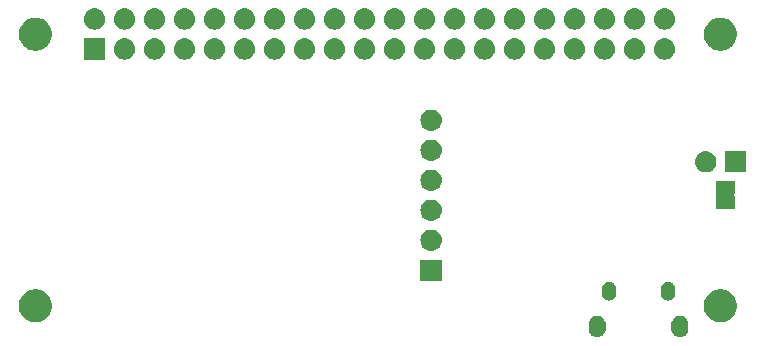
<source format=gbr>
G04 #@! TF.GenerationSoftware,KiCad,Pcbnew,5.0.2-bee76a0~70~ubuntu16.04.1*
G04 #@! TF.CreationDate,2019-08-20T13:37:52-04:00*
G04 #@! TF.ProjectId,ESP32-Zip,45535033-322d-45a6-9970-2e6b69636164,rev?*
G04 #@! TF.SameCoordinates,Original*
G04 #@! TF.FileFunction,Soldermask,Bot*
G04 #@! TF.FilePolarity,Negative*
%FSLAX46Y46*%
G04 Gerber Fmt 4.6, Leading zero omitted, Abs format (unit mm)*
G04 Created by KiCad (PCBNEW 5.0.2-bee76a0~70~ubuntu16.04.1) date mar. 20 août 2019 13:37:52 EDT*
%MOMM*%
%LPD*%
G01*
G04 APERTURE LIST*
%ADD10C,0.100000*%
G04 APERTURE END LIST*
D10*
G36*
X97707320Y-77359505D02*
X97844171Y-77401019D01*
X97844173Y-77401020D01*
X97844176Y-77401021D01*
X97970295Y-77468432D01*
X98080843Y-77559157D01*
X98171568Y-77669704D01*
X98238979Y-77795823D01*
X98238979Y-77795824D01*
X98238981Y-77795828D01*
X98280495Y-77932679D01*
X98291000Y-78039341D01*
X98291000Y-78460658D01*
X98280495Y-78567320D01*
X98249783Y-78668564D01*
X98238980Y-78704176D01*
X98171568Y-78830296D01*
X98080843Y-78940843D01*
X97970296Y-79031568D01*
X97844177Y-79098979D01*
X97844174Y-79098980D01*
X97844172Y-79098981D01*
X97707321Y-79140495D01*
X97565000Y-79154512D01*
X97422680Y-79140495D01*
X97285829Y-79098981D01*
X97285827Y-79098980D01*
X97285824Y-79098979D01*
X97159705Y-79031568D01*
X97049160Y-78940845D01*
X96958430Y-78830292D01*
X96891021Y-78704177D01*
X96891019Y-78704172D01*
X96849505Y-78567321D01*
X96839000Y-78460659D01*
X96839000Y-78039342D01*
X96849505Y-77932680D01*
X96891019Y-77795829D01*
X96891020Y-77795827D01*
X96891021Y-77795824D01*
X96958432Y-77669705D01*
X97049157Y-77559157D01*
X97159704Y-77468432D01*
X97285823Y-77401021D01*
X97285826Y-77401020D01*
X97285828Y-77401019D01*
X97422679Y-77359505D01*
X97565000Y-77345488D01*
X97707320Y-77359505D01*
X97707320Y-77359505D01*
G37*
G36*
X104707320Y-77359505D02*
X104844171Y-77401019D01*
X104844173Y-77401020D01*
X104844176Y-77401021D01*
X104970295Y-77468432D01*
X105080843Y-77559157D01*
X105171568Y-77669704D01*
X105238979Y-77795823D01*
X105238979Y-77795824D01*
X105238981Y-77795828D01*
X105280495Y-77932679D01*
X105291000Y-78039341D01*
X105291000Y-78460658D01*
X105280495Y-78567320D01*
X105249783Y-78668564D01*
X105238980Y-78704176D01*
X105171568Y-78830296D01*
X105080843Y-78940843D01*
X104970296Y-79031568D01*
X104844177Y-79098979D01*
X104844174Y-79098980D01*
X104844172Y-79098981D01*
X104707321Y-79140495D01*
X104565000Y-79154512D01*
X104422680Y-79140495D01*
X104285829Y-79098981D01*
X104285827Y-79098980D01*
X104285824Y-79098979D01*
X104159705Y-79031568D01*
X104049160Y-78940845D01*
X103958430Y-78830292D01*
X103891021Y-78704177D01*
X103891019Y-78704172D01*
X103849505Y-78567321D01*
X103839000Y-78460659D01*
X103839000Y-78039342D01*
X103849505Y-77932680D01*
X103891019Y-77795829D01*
X103891020Y-77795827D01*
X103891021Y-77795824D01*
X103958432Y-77669705D01*
X104049157Y-77559157D01*
X104159704Y-77468432D01*
X104285823Y-77401021D01*
X104285826Y-77401020D01*
X104285828Y-77401019D01*
X104422679Y-77359505D01*
X104565000Y-77345488D01*
X104707320Y-77359505D01*
X104707320Y-77359505D01*
G37*
G36*
X50318433Y-75134893D02*
X50408657Y-75152839D01*
X50514267Y-75196585D01*
X50663621Y-75258449D01*
X50893089Y-75411774D01*
X51088226Y-75606911D01*
X51241551Y-75836379D01*
X51347161Y-76091344D01*
X51401000Y-76362012D01*
X51401000Y-76637988D01*
X51347161Y-76908656D01*
X51241551Y-77163621D01*
X51088226Y-77393089D01*
X50893089Y-77588226D01*
X50663621Y-77741551D01*
X50532597Y-77795823D01*
X50408657Y-77847161D01*
X50318433Y-77865107D01*
X50137988Y-77901000D01*
X49862012Y-77901000D01*
X49681567Y-77865107D01*
X49591343Y-77847161D01*
X49467403Y-77795823D01*
X49336379Y-77741551D01*
X49106911Y-77588226D01*
X48911774Y-77393089D01*
X48758449Y-77163621D01*
X48652839Y-76908656D01*
X48599000Y-76637988D01*
X48599000Y-76362012D01*
X48652839Y-76091344D01*
X48758449Y-75836379D01*
X48911774Y-75606911D01*
X49106911Y-75411774D01*
X49336379Y-75258449D01*
X49485733Y-75196585D01*
X49591343Y-75152839D01*
X49681567Y-75134893D01*
X49862012Y-75099000D01*
X50137988Y-75099000D01*
X50318433Y-75134893D01*
X50318433Y-75134893D01*
G37*
G36*
X108318433Y-75134893D02*
X108408657Y-75152839D01*
X108514267Y-75196585D01*
X108663621Y-75258449D01*
X108893089Y-75411774D01*
X109088226Y-75606911D01*
X109241551Y-75836379D01*
X109347161Y-76091344D01*
X109401000Y-76362012D01*
X109401000Y-76637988D01*
X109347161Y-76908656D01*
X109241551Y-77163621D01*
X109088226Y-77393089D01*
X108893089Y-77588226D01*
X108663621Y-77741551D01*
X108532597Y-77795823D01*
X108408657Y-77847161D01*
X108318433Y-77865107D01*
X108137988Y-77901000D01*
X107862012Y-77901000D01*
X107681567Y-77865107D01*
X107591343Y-77847161D01*
X107467403Y-77795823D01*
X107336379Y-77741551D01*
X107106911Y-77588226D01*
X106911774Y-77393089D01*
X106758449Y-77163621D01*
X106652839Y-76908656D01*
X106599000Y-76637988D01*
X106599000Y-76362012D01*
X106652839Y-76091344D01*
X106758449Y-75836379D01*
X106911774Y-75606911D01*
X107106911Y-75411774D01*
X107336379Y-75258449D01*
X107485733Y-75196585D01*
X107591343Y-75152839D01*
X107681567Y-75134893D01*
X107862012Y-75099000D01*
X108137988Y-75099000D01*
X108318433Y-75134893D01*
X108318433Y-75134893D01*
G37*
G36*
X98682817Y-74457696D02*
X98796104Y-74492062D01*
X98900512Y-74547869D01*
X98950776Y-74589120D01*
X98992027Y-74622973D01*
X99055711Y-74700572D01*
X99067131Y-74714488D01*
X99122938Y-74818895D01*
X99157304Y-74932182D01*
X99166000Y-75020481D01*
X99166000Y-75479518D01*
X99157304Y-75567818D01*
X99122938Y-75681105D01*
X99067131Y-75785513D01*
X98992027Y-75877027D01*
X98900513Y-75952131D01*
X98796105Y-76007938D01*
X98682818Y-76042304D01*
X98565000Y-76053907D01*
X98447183Y-76042304D01*
X98333896Y-76007938D01*
X98229488Y-75952131D01*
X98137974Y-75877027D01*
X98062869Y-75785512D01*
X98007062Y-75681105D01*
X97972696Y-75567818D01*
X97964000Y-75479519D01*
X97964000Y-75020482D01*
X97972696Y-74932183D01*
X98007062Y-74818896D01*
X98062869Y-74714488D01*
X98104120Y-74664224D01*
X98137973Y-74622973D01*
X98229487Y-74547870D01*
X98229486Y-74547870D01*
X98229488Y-74547869D01*
X98333895Y-74492062D01*
X98447182Y-74457696D01*
X98565000Y-74446093D01*
X98682817Y-74457696D01*
X98682817Y-74457696D01*
G37*
G36*
X103682817Y-74457696D02*
X103796104Y-74492062D01*
X103900512Y-74547869D01*
X103950776Y-74589120D01*
X103992027Y-74622973D01*
X104055711Y-74700572D01*
X104067131Y-74714488D01*
X104122938Y-74818895D01*
X104157304Y-74932182D01*
X104166000Y-75020481D01*
X104166000Y-75479518D01*
X104157304Y-75567818D01*
X104122938Y-75681105D01*
X104067131Y-75785513D01*
X103992027Y-75877027D01*
X103900513Y-75952131D01*
X103796105Y-76007938D01*
X103682818Y-76042304D01*
X103565000Y-76053907D01*
X103447183Y-76042304D01*
X103333896Y-76007938D01*
X103229488Y-75952131D01*
X103137974Y-75877027D01*
X103062869Y-75785512D01*
X103007062Y-75681105D01*
X102972696Y-75567818D01*
X102964000Y-75479519D01*
X102964000Y-75020482D01*
X102972696Y-74932183D01*
X103007062Y-74818896D01*
X103062869Y-74714488D01*
X103104120Y-74664224D01*
X103137973Y-74622973D01*
X103229487Y-74547870D01*
X103229486Y-74547870D01*
X103229488Y-74547869D01*
X103333895Y-74492062D01*
X103447182Y-74457696D01*
X103565000Y-74446093D01*
X103682817Y-74457696D01*
X103682817Y-74457696D01*
G37*
G36*
X84401000Y-74401000D02*
X82599000Y-74401000D01*
X82599000Y-72599000D01*
X84401000Y-72599000D01*
X84401000Y-74401000D01*
X84401000Y-74401000D01*
G37*
G36*
X83610442Y-70065518D02*
X83676627Y-70072037D01*
X83789853Y-70106384D01*
X83846467Y-70123557D01*
X83985087Y-70197652D01*
X84002991Y-70207222D01*
X84038729Y-70236552D01*
X84140186Y-70319814D01*
X84223448Y-70421271D01*
X84252778Y-70457009D01*
X84252779Y-70457011D01*
X84336443Y-70613533D01*
X84336443Y-70613534D01*
X84387963Y-70783373D01*
X84405359Y-70960000D01*
X84387963Y-71136627D01*
X84353616Y-71249853D01*
X84336443Y-71306467D01*
X84262348Y-71445087D01*
X84252778Y-71462991D01*
X84223448Y-71498729D01*
X84140186Y-71600186D01*
X84038729Y-71683448D01*
X84002991Y-71712778D01*
X84002989Y-71712779D01*
X83846467Y-71796443D01*
X83789853Y-71813616D01*
X83676627Y-71847963D01*
X83610442Y-71854482D01*
X83544260Y-71861000D01*
X83455740Y-71861000D01*
X83389558Y-71854482D01*
X83323373Y-71847963D01*
X83210147Y-71813616D01*
X83153533Y-71796443D01*
X82997011Y-71712779D01*
X82997009Y-71712778D01*
X82961271Y-71683448D01*
X82859814Y-71600186D01*
X82776552Y-71498729D01*
X82747222Y-71462991D01*
X82737652Y-71445087D01*
X82663557Y-71306467D01*
X82646384Y-71249853D01*
X82612037Y-71136627D01*
X82594641Y-70960000D01*
X82612037Y-70783373D01*
X82663557Y-70613534D01*
X82663557Y-70613533D01*
X82747221Y-70457011D01*
X82747222Y-70457009D01*
X82776552Y-70421271D01*
X82859814Y-70319814D01*
X82961271Y-70236552D01*
X82997009Y-70207222D01*
X83014913Y-70197652D01*
X83153533Y-70123557D01*
X83210147Y-70106384D01*
X83323373Y-70072037D01*
X83389558Y-70065518D01*
X83455740Y-70059000D01*
X83544260Y-70059000D01*
X83610442Y-70065518D01*
X83610442Y-70065518D01*
G37*
G36*
X83610443Y-67525519D02*
X83676627Y-67532037D01*
X83789853Y-67566384D01*
X83846467Y-67583557D01*
X83985087Y-67657652D01*
X84002991Y-67667222D01*
X84038729Y-67696552D01*
X84140186Y-67779814D01*
X84223448Y-67881271D01*
X84252778Y-67917009D01*
X84252779Y-67917011D01*
X84336443Y-68073533D01*
X84336443Y-68073534D01*
X84387963Y-68243373D01*
X84405359Y-68420000D01*
X84387963Y-68596627D01*
X84353616Y-68709853D01*
X84336443Y-68766467D01*
X84262348Y-68905087D01*
X84252778Y-68922991D01*
X84223448Y-68958729D01*
X84140186Y-69060186D01*
X84038729Y-69143448D01*
X84002991Y-69172778D01*
X84002989Y-69172779D01*
X83846467Y-69256443D01*
X83789853Y-69273616D01*
X83676627Y-69307963D01*
X83610443Y-69314481D01*
X83544260Y-69321000D01*
X83455740Y-69321000D01*
X83389557Y-69314481D01*
X83323373Y-69307963D01*
X83210147Y-69273616D01*
X83153533Y-69256443D01*
X82997011Y-69172779D01*
X82997009Y-69172778D01*
X82961271Y-69143448D01*
X82859814Y-69060186D01*
X82776552Y-68958729D01*
X82747222Y-68922991D01*
X82737652Y-68905087D01*
X82663557Y-68766467D01*
X82646384Y-68709853D01*
X82612037Y-68596627D01*
X82594641Y-68420000D01*
X82612037Y-68243373D01*
X82663557Y-68073534D01*
X82663557Y-68073533D01*
X82747221Y-67917011D01*
X82747222Y-67917009D01*
X82776552Y-67881271D01*
X82859814Y-67779814D01*
X82961271Y-67696552D01*
X82997009Y-67667222D01*
X83014913Y-67657652D01*
X83153533Y-67583557D01*
X83210147Y-67566384D01*
X83323373Y-67532037D01*
X83389557Y-67525519D01*
X83455740Y-67519000D01*
X83544260Y-67519000D01*
X83610443Y-67525519D01*
X83610443Y-67525519D01*
G37*
G36*
X109201000Y-67026556D02*
X109187529Y-67037612D01*
X109171983Y-67056554D01*
X109160432Y-67078165D01*
X109153319Y-67101614D01*
X109150917Y-67126000D01*
X109153319Y-67150386D01*
X109160432Y-67173835D01*
X109171983Y-67195446D01*
X109179292Y-67205301D01*
X109192612Y-67221531D01*
X109197347Y-67230389D01*
X109200263Y-67240001D01*
X109201852Y-67256140D01*
X109201852Y-68243860D01*
X109200263Y-68259999D01*
X109197347Y-68269611D01*
X109192612Y-68278469D01*
X109186237Y-68286237D01*
X109178469Y-68292612D01*
X109169611Y-68297347D01*
X109159999Y-68300263D01*
X109143860Y-68301852D01*
X107656140Y-68301852D01*
X107640001Y-68300263D01*
X107630389Y-68297347D01*
X107621531Y-68292612D01*
X107613763Y-68286237D01*
X107607388Y-68278469D01*
X107602653Y-68269611D01*
X107599737Y-68259999D01*
X107598148Y-68243860D01*
X107598148Y-67256140D01*
X107599737Y-67240001D01*
X107602653Y-67230389D01*
X107607388Y-67221531D01*
X107620708Y-67205301D01*
X107634322Y-67184927D01*
X107643700Y-67162288D01*
X107648481Y-67138254D01*
X107648481Y-67113750D01*
X107643701Y-67089717D01*
X107634324Y-67067077D01*
X107620711Y-67046703D01*
X107603384Y-67029375D01*
X107599000Y-67026446D01*
X107599000Y-65899000D01*
X109201000Y-65899000D01*
X109201000Y-67026556D01*
X109201000Y-67026556D01*
G37*
G36*
X83610442Y-64985518D02*
X83676627Y-64992037D01*
X83789853Y-65026384D01*
X83846467Y-65043557D01*
X83985087Y-65117652D01*
X84002991Y-65127222D01*
X84038729Y-65156552D01*
X84140186Y-65239814D01*
X84223448Y-65341271D01*
X84252778Y-65377009D01*
X84252779Y-65377011D01*
X84336443Y-65533533D01*
X84336443Y-65533534D01*
X84387963Y-65703373D01*
X84405359Y-65880000D01*
X84387963Y-66056627D01*
X84353616Y-66169853D01*
X84336443Y-66226467D01*
X84262348Y-66365087D01*
X84252778Y-66382991D01*
X84223448Y-66418729D01*
X84140186Y-66520186D01*
X84038729Y-66603448D01*
X84002991Y-66632778D01*
X84002989Y-66632779D01*
X83846467Y-66716443D01*
X83789853Y-66733616D01*
X83676627Y-66767963D01*
X83610443Y-66774481D01*
X83544260Y-66781000D01*
X83455740Y-66781000D01*
X83389557Y-66774481D01*
X83323373Y-66767963D01*
X83210147Y-66733616D01*
X83153533Y-66716443D01*
X82997011Y-66632779D01*
X82997009Y-66632778D01*
X82961271Y-66603448D01*
X82859814Y-66520186D01*
X82776552Y-66418729D01*
X82747222Y-66382991D01*
X82737652Y-66365087D01*
X82663557Y-66226467D01*
X82646384Y-66169853D01*
X82612037Y-66056627D01*
X82594641Y-65880000D01*
X82612037Y-65703373D01*
X82663557Y-65533534D01*
X82663557Y-65533533D01*
X82747221Y-65377011D01*
X82747222Y-65377009D01*
X82776552Y-65341271D01*
X82859814Y-65239814D01*
X82961271Y-65156552D01*
X82997009Y-65127222D01*
X83014913Y-65117652D01*
X83153533Y-65043557D01*
X83210147Y-65026384D01*
X83323373Y-64992037D01*
X83389558Y-64985518D01*
X83455740Y-64979000D01*
X83544260Y-64979000D01*
X83610442Y-64985518D01*
X83610442Y-64985518D01*
G37*
G36*
X110201000Y-65201000D02*
X108399000Y-65201000D01*
X108399000Y-63399000D01*
X110201000Y-63399000D01*
X110201000Y-65201000D01*
X110201000Y-65201000D01*
G37*
G36*
X106870442Y-63405518D02*
X106936627Y-63412037D01*
X107049853Y-63446384D01*
X107106467Y-63463557D01*
X107245087Y-63537652D01*
X107262991Y-63547222D01*
X107298729Y-63576552D01*
X107400186Y-63659814D01*
X107483448Y-63761271D01*
X107512778Y-63797009D01*
X107512779Y-63797011D01*
X107596443Y-63953533D01*
X107604528Y-63980186D01*
X107647963Y-64123373D01*
X107665359Y-64300000D01*
X107647963Y-64476627D01*
X107613616Y-64589853D01*
X107596443Y-64646467D01*
X107522348Y-64785087D01*
X107512778Y-64802991D01*
X107483448Y-64838729D01*
X107400186Y-64940186D01*
X107337004Y-64992037D01*
X107262991Y-65052778D01*
X107262989Y-65052779D01*
X107106467Y-65136443D01*
X107049853Y-65153616D01*
X106936627Y-65187963D01*
X106870443Y-65194481D01*
X106804260Y-65201000D01*
X106715740Y-65201000D01*
X106649557Y-65194481D01*
X106583373Y-65187963D01*
X106470147Y-65153616D01*
X106413533Y-65136443D01*
X106257011Y-65052779D01*
X106257009Y-65052778D01*
X106182996Y-64992037D01*
X106119814Y-64940186D01*
X106036552Y-64838729D01*
X106007222Y-64802991D01*
X105997652Y-64785087D01*
X105923557Y-64646467D01*
X105906384Y-64589853D01*
X105872037Y-64476627D01*
X105854641Y-64300000D01*
X105872037Y-64123373D01*
X105915472Y-63980186D01*
X105923557Y-63953533D01*
X106007221Y-63797011D01*
X106007222Y-63797009D01*
X106036552Y-63761271D01*
X106119814Y-63659814D01*
X106221271Y-63576552D01*
X106257009Y-63547222D01*
X106274913Y-63537652D01*
X106413533Y-63463557D01*
X106470147Y-63446384D01*
X106583373Y-63412037D01*
X106649558Y-63405518D01*
X106715740Y-63399000D01*
X106804260Y-63399000D01*
X106870442Y-63405518D01*
X106870442Y-63405518D01*
G37*
G36*
X83610443Y-62445519D02*
X83676627Y-62452037D01*
X83789853Y-62486384D01*
X83846467Y-62503557D01*
X83985087Y-62577652D01*
X84002991Y-62587222D01*
X84038729Y-62616552D01*
X84140186Y-62699814D01*
X84223448Y-62801271D01*
X84252778Y-62837009D01*
X84252779Y-62837011D01*
X84336443Y-62993533D01*
X84336443Y-62993534D01*
X84387963Y-63163373D01*
X84405359Y-63340000D01*
X84387963Y-63516627D01*
X84378682Y-63547221D01*
X84336443Y-63686467D01*
X84277356Y-63797009D01*
X84252778Y-63842991D01*
X84223448Y-63878729D01*
X84140186Y-63980186D01*
X84038729Y-64063448D01*
X84002991Y-64092778D01*
X84002989Y-64092779D01*
X83846467Y-64176443D01*
X83789853Y-64193616D01*
X83676627Y-64227963D01*
X83610442Y-64234482D01*
X83544260Y-64241000D01*
X83455740Y-64241000D01*
X83389558Y-64234482D01*
X83323373Y-64227963D01*
X83210147Y-64193616D01*
X83153533Y-64176443D01*
X82997011Y-64092779D01*
X82997009Y-64092778D01*
X82961271Y-64063448D01*
X82859814Y-63980186D01*
X82776552Y-63878729D01*
X82747222Y-63842991D01*
X82722644Y-63797009D01*
X82663557Y-63686467D01*
X82621318Y-63547221D01*
X82612037Y-63516627D01*
X82594641Y-63340000D01*
X82612037Y-63163373D01*
X82663557Y-62993534D01*
X82663557Y-62993533D01*
X82747221Y-62837011D01*
X82747222Y-62837009D01*
X82776552Y-62801271D01*
X82859814Y-62699814D01*
X82961271Y-62616552D01*
X82997009Y-62587222D01*
X83014913Y-62577652D01*
X83153533Y-62503557D01*
X83210147Y-62486384D01*
X83323373Y-62452037D01*
X83389557Y-62445519D01*
X83455740Y-62439000D01*
X83544260Y-62439000D01*
X83610443Y-62445519D01*
X83610443Y-62445519D01*
G37*
G36*
X83610442Y-59905518D02*
X83676627Y-59912037D01*
X83789853Y-59946384D01*
X83846467Y-59963557D01*
X83985087Y-60037652D01*
X84002991Y-60047222D01*
X84038729Y-60076552D01*
X84140186Y-60159814D01*
X84223448Y-60261271D01*
X84252778Y-60297009D01*
X84252779Y-60297011D01*
X84336443Y-60453533D01*
X84336443Y-60453534D01*
X84387963Y-60623373D01*
X84405359Y-60800000D01*
X84387963Y-60976627D01*
X84353616Y-61089853D01*
X84336443Y-61146467D01*
X84262348Y-61285087D01*
X84252778Y-61302991D01*
X84223448Y-61338729D01*
X84140186Y-61440186D01*
X84038729Y-61523448D01*
X84002991Y-61552778D01*
X84002989Y-61552779D01*
X83846467Y-61636443D01*
X83789853Y-61653616D01*
X83676627Y-61687963D01*
X83610442Y-61694482D01*
X83544260Y-61701000D01*
X83455740Y-61701000D01*
X83389558Y-61694482D01*
X83323373Y-61687963D01*
X83210147Y-61653616D01*
X83153533Y-61636443D01*
X82997011Y-61552779D01*
X82997009Y-61552778D01*
X82961271Y-61523448D01*
X82859814Y-61440186D01*
X82776552Y-61338729D01*
X82747222Y-61302991D01*
X82737652Y-61285087D01*
X82663557Y-61146467D01*
X82646384Y-61089853D01*
X82612037Y-60976627D01*
X82594641Y-60800000D01*
X82612037Y-60623373D01*
X82663557Y-60453534D01*
X82663557Y-60453533D01*
X82747221Y-60297011D01*
X82747222Y-60297009D01*
X82776552Y-60261271D01*
X82859814Y-60159814D01*
X82961271Y-60076552D01*
X82997009Y-60047222D01*
X83014913Y-60037652D01*
X83153533Y-59963557D01*
X83210147Y-59946384D01*
X83323373Y-59912037D01*
X83389558Y-59905518D01*
X83455740Y-59899000D01*
X83544260Y-59899000D01*
X83610442Y-59905518D01*
X83610442Y-59905518D01*
G37*
G36*
X95750443Y-53855519D02*
X95816627Y-53862037D01*
X95929853Y-53896384D01*
X95986467Y-53913557D01*
X96125087Y-53987652D01*
X96142991Y-53997222D01*
X96178729Y-54026552D01*
X96280186Y-54109814D01*
X96324344Y-54163622D01*
X96392778Y-54247009D01*
X96392779Y-54247011D01*
X96476443Y-54403533D01*
X96476443Y-54403534D01*
X96527963Y-54573373D01*
X96545359Y-54750000D01*
X96527963Y-54926627D01*
X96493616Y-55039853D01*
X96476443Y-55096467D01*
X96402348Y-55235087D01*
X96392778Y-55252991D01*
X96363448Y-55288729D01*
X96280186Y-55390186D01*
X96178729Y-55473448D01*
X96142991Y-55502778D01*
X96142989Y-55502779D01*
X95986467Y-55586443D01*
X95929853Y-55603616D01*
X95816627Y-55637963D01*
X95750443Y-55644481D01*
X95684260Y-55651000D01*
X95595740Y-55651000D01*
X95529557Y-55644481D01*
X95463373Y-55637963D01*
X95350147Y-55603616D01*
X95293533Y-55586443D01*
X95137011Y-55502779D01*
X95137009Y-55502778D01*
X95101271Y-55473448D01*
X94999814Y-55390186D01*
X94916552Y-55288729D01*
X94887222Y-55252991D01*
X94877652Y-55235087D01*
X94803557Y-55096467D01*
X94786384Y-55039853D01*
X94752037Y-54926627D01*
X94734641Y-54750000D01*
X94752037Y-54573373D01*
X94803557Y-54403534D01*
X94803557Y-54403533D01*
X94887221Y-54247011D01*
X94887222Y-54247009D01*
X94955656Y-54163622D01*
X94999814Y-54109814D01*
X95101271Y-54026552D01*
X95137009Y-53997222D01*
X95154913Y-53987652D01*
X95293533Y-53913557D01*
X95350147Y-53896384D01*
X95463373Y-53862037D01*
X95529557Y-53855519D01*
X95595740Y-53849000D01*
X95684260Y-53849000D01*
X95750443Y-53855519D01*
X95750443Y-53855519D01*
G37*
G36*
X77970443Y-53855519D02*
X78036627Y-53862037D01*
X78149853Y-53896384D01*
X78206467Y-53913557D01*
X78345087Y-53987652D01*
X78362991Y-53997222D01*
X78398729Y-54026552D01*
X78500186Y-54109814D01*
X78544344Y-54163622D01*
X78612778Y-54247009D01*
X78612779Y-54247011D01*
X78696443Y-54403533D01*
X78696443Y-54403534D01*
X78747963Y-54573373D01*
X78765359Y-54750000D01*
X78747963Y-54926627D01*
X78713616Y-55039853D01*
X78696443Y-55096467D01*
X78622348Y-55235087D01*
X78612778Y-55252991D01*
X78583448Y-55288729D01*
X78500186Y-55390186D01*
X78398729Y-55473448D01*
X78362991Y-55502778D01*
X78362989Y-55502779D01*
X78206467Y-55586443D01*
X78149853Y-55603616D01*
X78036627Y-55637963D01*
X77970443Y-55644481D01*
X77904260Y-55651000D01*
X77815740Y-55651000D01*
X77749557Y-55644481D01*
X77683373Y-55637963D01*
X77570147Y-55603616D01*
X77513533Y-55586443D01*
X77357011Y-55502779D01*
X77357009Y-55502778D01*
X77321271Y-55473448D01*
X77219814Y-55390186D01*
X77136552Y-55288729D01*
X77107222Y-55252991D01*
X77097652Y-55235087D01*
X77023557Y-55096467D01*
X77006384Y-55039853D01*
X76972037Y-54926627D01*
X76954641Y-54750000D01*
X76972037Y-54573373D01*
X77023557Y-54403534D01*
X77023557Y-54403533D01*
X77107221Y-54247011D01*
X77107222Y-54247009D01*
X77175656Y-54163622D01*
X77219814Y-54109814D01*
X77321271Y-54026552D01*
X77357009Y-53997222D01*
X77374913Y-53987652D01*
X77513533Y-53913557D01*
X77570147Y-53896384D01*
X77683373Y-53862037D01*
X77749557Y-53855519D01*
X77815740Y-53849000D01*
X77904260Y-53849000D01*
X77970443Y-53855519D01*
X77970443Y-53855519D01*
G37*
G36*
X103370443Y-53855519D02*
X103436627Y-53862037D01*
X103549853Y-53896384D01*
X103606467Y-53913557D01*
X103745087Y-53987652D01*
X103762991Y-53997222D01*
X103798729Y-54026552D01*
X103900186Y-54109814D01*
X103944344Y-54163622D01*
X104012778Y-54247009D01*
X104012779Y-54247011D01*
X104096443Y-54403533D01*
X104096443Y-54403534D01*
X104147963Y-54573373D01*
X104165359Y-54750000D01*
X104147963Y-54926627D01*
X104113616Y-55039853D01*
X104096443Y-55096467D01*
X104022348Y-55235087D01*
X104012778Y-55252991D01*
X103983448Y-55288729D01*
X103900186Y-55390186D01*
X103798729Y-55473448D01*
X103762991Y-55502778D01*
X103762989Y-55502779D01*
X103606467Y-55586443D01*
X103549853Y-55603616D01*
X103436627Y-55637963D01*
X103370443Y-55644481D01*
X103304260Y-55651000D01*
X103215740Y-55651000D01*
X103149557Y-55644481D01*
X103083373Y-55637963D01*
X102970147Y-55603616D01*
X102913533Y-55586443D01*
X102757011Y-55502779D01*
X102757009Y-55502778D01*
X102721271Y-55473448D01*
X102619814Y-55390186D01*
X102536552Y-55288729D01*
X102507222Y-55252991D01*
X102497652Y-55235087D01*
X102423557Y-55096467D01*
X102406384Y-55039853D01*
X102372037Y-54926627D01*
X102354641Y-54750000D01*
X102372037Y-54573373D01*
X102423557Y-54403534D01*
X102423557Y-54403533D01*
X102507221Y-54247011D01*
X102507222Y-54247009D01*
X102575656Y-54163622D01*
X102619814Y-54109814D01*
X102721271Y-54026552D01*
X102757009Y-53997222D01*
X102774913Y-53987652D01*
X102913533Y-53913557D01*
X102970147Y-53896384D01*
X103083373Y-53862037D01*
X103149557Y-53855519D01*
X103215740Y-53849000D01*
X103304260Y-53849000D01*
X103370443Y-53855519D01*
X103370443Y-53855519D01*
G37*
G36*
X88130443Y-53855519D02*
X88196627Y-53862037D01*
X88309853Y-53896384D01*
X88366467Y-53913557D01*
X88505087Y-53987652D01*
X88522991Y-53997222D01*
X88558729Y-54026552D01*
X88660186Y-54109814D01*
X88704344Y-54163622D01*
X88772778Y-54247009D01*
X88772779Y-54247011D01*
X88856443Y-54403533D01*
X88856443Y-54403534D01*
X88907963Y-54573373D01*
X88925359Y-54750000D01*
X88907963Y-54926627D01*
X88873616Y-55039853D01*
X88856443Y-55096467D01*
X88782348Y-55235087D01*
X88772778Y-55252991D01*
X88743448Y-55288729D01*
X88660186Y-55390186D01*
X88558729Y-55473448D01*
X88522991Y-55502778D01*
X88522989Y-55502779D01*
X88366467Y-55586443D01*
X88309853Y-55603616D01*
X88196627Y-55637963D01*
X88130443Y-55644481D01*
X88064260Y-55651000D01*
X87975740Y-55651000D01*
X87909557Y-55644481D01*
X87843373Y-55637963D01*
X87730147Y-55603616D01*
X87673533Y-55586443D01*
X87517011Y-55502779D01*
X87517009Y-55502778D01*
X87481271Y-55473448D01*
X87379814Y-55390186D01*
X87296552Y-55288729D01*
X87267222Y-55252991D01*
X87257652Y-55235087D01*
X87183557Y-55096467D01*
X87166384Y-55039853D01*
X87132037Y-54926627D01*
X87114641Y-54750000D01*
X87132037Y-54573373D01*
X87183557Y-54403534D01*
X87183557Y-54403533D01*
X87267221Y-54247011D01*
X87267222Y-54247009D01*
X87335656Y-54163622D01*
X87379814Y-54109814D01*
X87481271Y-54026552D01*
X87517009Y-53997222D01*
X87534913Y-53987652D01*
X87673533Y-53913557D01*
X87730147Y-53896384D01*
X87843373Y-53862037D01*
X87909557Y-53855519D01*
X87975740Y-53849000D01*
X88064260Y-53849000D01*
X88130443Y-53855519D01*
X88130443Y-53855519D01*
G37*
G36*
X90670443Y-53855519D02*
X90736627Y-53862037D01*
X90849853Y-53896384D01*
X90906467Y-53913557D01*
X91045087Y-53987652D01*
X91062991Y-53997222D01*
X91098729Y-54026552D01*
X91200186Y-54109814D01*
X91244344Y-54163622D01*
X91312778Y-54247009D01*
X91312779Y-54247011D01*
X91396443Y-54403533D01*
X91396443Y-54403534D01*
X91447963Y-54573373D01*
X91465359Y-54750000D01*
X91447963Y-54926627D01*
X91413616Y-55039853D01*
X91396443Y-55096467D01*
X91322348Y-55235087D01*
X91312778Y-55252991D01*
X91283448Y-55288729D01*
X91200186Y-55390186D01*
X91098729Y-55473448D01*
X91062991Y-55502778D01*
X91062989Y-55502779D01*
X90906467Y-55586443D01*
X90849853Y-55603616D01*
X90736627Y-55637963D01*
X90670443Y-55644481D01*
X90604260Y-55651000D01*
X90515740Y-55651000D01*
X90449557Y-55644481D01*
X90383373Y-55637963D01*
X90270147Y-55603616D01*
X90213533Y-55586443D01*
X90057011Y-55502779D01*
X90057009Y-55502778D01*
X90021271Y-55473448D01*
X89919814Y-55390186D01*
X89836552Y-55288729D01*
X89807222Y-55252991D01*
X89797652Y-55235087D01*
X89723557Y-55096467D01*
X89706384Y-55039853D01*
X89672037Y-54926627D01*
X89654641Y-54750000D01*
X89672037Y-54573373D01*
X89723557Y-54403534D01*
X89723557Y-54403533D01*
X89807221Y-54247011D01*
X89807222Y-54247009D01*
X89875656Y-54163622D01*
X89919814Y-54109814D01*
X90021271Y-54026552D01*
X90057009Y-53997222D01*
X90074913Y-53987652D01*
X90213533Y-53913557D01*
X90270147Y-53896384D01*
X90383373Y-53862037D01*
X90449557Y-53855519D01*
X90515740Y-53849000D01*
X90604260Y-53849000D01*
X90670443Y-53855519D01*
X90670443Y-53855519D01*
G37*
G36*
X93210443Y-53855519D02*
X93276627Y-53862037D01*
X93389853Y-53896384D01*
X93446467Y-53913557D01*
X93585087Y-53987652D01*
X93602991Y-53997222D01*
X93638729Y-54026552D01*
X93740186Y-54109814D01*
X93784344Y-54163622D01*
X93852778Y-54247009D01*
X93852779Y-54247011D01*
X93936443Y-54403533D01*
X93936443Y-54403534D01*
X93987963Y-54573373D01*
X94005359Y-54750000D01*
X93987963Y-54926627D01*
X93953616Y-55039853D01*
X93936443Y-55096467D01*
X93862348Y-55235087D01*
X93852778Y-55252991D01*
X93823448Y-55288729D01*
X93740186Y-55390186D01*
X93638729Y-55473448D01*
X93602991Y-55502778D01*
X93602989Y-55502779D01*
X93446467Y-55586443D01*
X93389853Y-55603616D01*
X93276627Y-55637963D01*
X93210443Y-55644481D01*
X93144260Y-55651000D01*
X93055740Y-55651000D01*
X92989557Y-55644481D01*
X92923373Y-55637963D01*
X92810147Y-55603616D01*
X92753533Y-55586443D01*
X92597011Y-55502779D01*
X92597009Y-55502778D01*
X92561271Y-55473448D01*
X92459814Y-55390186D01*
X92376552Y-55288729D01*
X92347222Y-55252991D01*
X92337652Y-55235087D01*
X92263557Y-55096467D01*
X92246384Y-55039853D01*
X92212037Y-54926627D01*
X92194641Y-54750000D01*
X92212037Y-54573373D01*
X92263557Y-54403534D01*
X92263557Y-54403533D01*
X92347221Y-54247011D01*
X92347222Y-54247009D01*
X92415656Y-54163622D01*
X92459814Y-54109814D01*
X92561271Y-54026552D01*
X92597009Y-53997222D01*
X92614913Y-53987652D01*
X92753533Y-53913557D01*
X92810147Y-53896384D01*
X92923373Y-53862037D01*
X92989557Y-53855519D01*
X93055740Y-53849000D01*
X93144260Y-53849000D01*
X93210443Y-53855519D01*
X93210443Y-53855519D01*
G37*
G36*
X98290443Y-53855519D02*
X98356627Y-53862037D01*
X98469853Y-53896384D01*
X98526467Y-53913557D01*
X98665087Y-53987652D01*
X98682991Y-53997222D01*
X98718729Y-54026552D01*
X98820186Y-54109814D01*
X98864344Y-54163622D01*
X98932778Y-54247009D01*
X98932779Y-54247011D01*
X99016443Y-54403533D01*
X99016443Y-54403534D01*
X99067963Y-54573373D01*
X99085359Y-54750000D01*
X99067963Y-54926627D01*
X99033616Y-55039853D01*
X99016443Y-55096467D01*
X98942348Y-55235087D01*
X98932778Y-55252991D01*
X98903448Y-55288729D01*
X98820186Y-55390186D01*
X98718729Y-55473448D01*
X98682991Y-55502778D01*
X98682989Y-55502779D01*
X98526467Y-55586443D01*
X98469853Y-55603616D01*
X98356627Y-55637963D01*
X98290443Y-55644481D01*
X98224260Y-55651000D01*
X98135740Y-55651000D01*
X98069557Y-55644481D01*
X98003373Y-55637963D01*
X97890147Y-55603616D01*
X97833533Y-55586443D01*
X97677011Y-55502779D01*
X97677009Y-55502778D01*
X97641271Y-55473448D01*
X97539814Y-55390186D01*
X97456552Y-55288729D01*
X97427222Y-55252991D01*
X97417652Y-55235087D01*
X97343557Y-55096467D01*
X97326384Y-55039853D01*
X97292037Y-54926627D01*
X97274641Y-54750000D01*
X97292037Y-54573373D01*
X97343557Y-54403534D01*
X97343557Y-54403533D01*
X97427221Y-54247011D01*
X97427222Y-54247009D01*
X97495656Y-54163622D01*
X97539814Y-54109814D01*
X97641271Y-54026552D01*
X97677009Y-53997222D01*
X97694913Y-53987652D01*
X97833533Y-53913557D01*
X97890147Y-53896384D01*
X98003373Y-53862037D01*
X98069557Y-53855519D01*
X98135740Y-53849000D01*
X98224260Y-53849000D01*
X98290443Y-53855519D01*
X98290443Y-53855519D01*
G37*
G36*
X80510443Y-53855519D02*
X80576627Y-53862037D01*
X80689853Y-53896384D01*
X80746467Y-53913557D01*
X80885087Y-53987652D01*
X80902991Y-53997222D01*
X80938729Y-54026552D01*
X81040186Y-54109814D01*
X81084344Y-54163622D01*
X81152778Y-54247009D01*
X81152779Y-54247011D01*
X81236443Y-54403533D01*
X81236443Y-54403534D01*
X81287963Y-54573373D01*
X81305359Y-54750000D01*
X81287963Y-54926627D01*
X81253616Y-55039853D01*
X81236443Y-55096467D01*
X81162348Y-55235087D01*
X81152778Y-55252991D01*
X81123448Y-55288729D01*
X81040186Y-55390186D01*
X80938729Y-55473448D01*
X80902991Y-55502778D01*
X80902989Y-55502779D01*
X80746467Y-55586443D01*
X80689853Y-55603616D01*
X80576627Y-55637963D01*
X80510443Y-55644481D01*
X80444260Y-55651000D01*
X80355740Y-55651000D01*
X80289557Y-55644481D01*
X80223373Y-55637963D01*
X80110147Y-55603616D01*
X80053533Y-55586443D01*
X79897011Y-55502779D01*
X79897009Y-55502778D01*
X79861271Y-55473448D01*
X79759814Y-55390186D01*
X79676552Y-55288729D01*
X79647222Y-55252991D01*
X79637652Y-55235087D01*
X79563557Y-55096467D01*
X79546384Y-55039853D01*
X79512037Y-54926627D01*
X79494641Y-54750000D01*
X79512037Y-54573373D01*
X79563557Y-54403534D01*
X79563557Y-54403533D01*
X79647221Y-54247011D01*
X79647222Y-54247009D01*
X79715656Y-54163622D01*
X79759814Y-54109814D01*
X79861271Y-54026552D01*
X79897009Y-53997222D01*
X79914913Y-53987652D01*
X80053533Y-53913557D01*
X80110147Y-53896384D01*
X80223373Y-53862037D01*
X80289557Y-53855519D01*
X80355740Y-53849000D01*
X80444260Y-53849000D01*
X80510443Y-53855519D01*
X80510443Y-53855519D01*
G37*
G36*
X100830443Y-53855519D02*
X100896627Y-53862037D01*
X101009853Y-53896384D01*
X101066467Y-53913557D01*
X101205087Y-53987652D01*
X101222991Y-53997222D01*
X101258729Y-54026552D01*
X101360186Y-54109814D01*
X101404344Y-54163622D01*
X101472778Y-54247009D01*
X101472779Y-54247011D01*
X101556443Y-54403533D01*
X101556443Y-54403534D01*
X101607963Y-54573373D01*
X101625359Y-54750000D01*
X101607963Y-54926627D01*
X101573616Y-55039853D01*
X101556443Y-55096467D01*
X101482348Y-55235087D01*
X101472778Y-55252991D01*
X101443448Y-55288729D01*
X101360186Y-55390186D01*
X101258729Y-55473448D01*
X101222991Y-55502778D01*
X101222989Y-55502779D01*
X101066467Y-55586443D01*
X101009853Y-55603616D01*
X100896627Y-55637963D01*
X100830443Y-55644481D01*
X100764260Y-55651000D01*
X100675740Y-55651000D01*
X100609557Y-55644481D01*
X100543373Y-55637963D01*
X100430147Y-55603616D01*
X100373533Y-55586443D01*
X100217011Y-55502779D01*
X100217009Y-55502778D01*
X100181271Y-55473448D01*
X100079814Y-55390186D01*
X99996552Y-55288729D01*
X99967222Y-55252991D01*
X99957652Y-55235087D01*
X99883557Y-55096467D01*
X99866384Y-55039853D01*
X99832037Y-54926627D01*
X99814641Y-54750000D01*
X99832037Y-54573373D01*
X99883557Y-54403534D01*
X99883557Y-54403533D01*
X99967221Y-54247011D01*
X99967222Y-54247009D01*
X100035656Y-54163622D01*
X100079814Y-54109814D01*
X100181271Y-54026552D01*
X100217009Y-53997222D01*
X100234913Y-53987652D01*
X100373533Y-53913557D01*
X100430147Y-53896384D01*
X100543373Y-53862037D01*
X100609557Y-53855519D01*
X100675740Y-53849000D01*
X100764260Y-53849000D01*
X100830443Y-53855519D01*
X100830443Y-53855519D01*
G37*
G36*
X83050443Y-53855519D02*
X83116627Y-53862037D01*
X83229853Y-53896384D01*
X83286467Y-53913557D01*
X83425087Y-53987652D01*
X83442991Y-53997222D01*
X83478729Y-54026552D01*
X83580186Y-54109814D01*
X83624344Y-54163622D01*
X83692778Y-54247009D01*
X83692779Y-54247011D01*
X83776443Y-54403533D01*
X83776443Y-54403534D01*
X83827963Y-54573373D01*
X83845359Y-54750000D01*
X83827963Y-54926627D01*
X83793616Y-55039853D01*
X83776443Y-55096467D01*
X83702348Y-55235087D01*
X83692778Y-55252991D01*
X83663448Y-55288729D01*
X83580186Y-55390186D01*
X83478729Y-55473448D01*
X83442991Y-55502778D01*
X83442989Y-55502779D01*
X83286467Y-55586443D01*
X83229853Y-55603616D01*
X83116627Y-55637963D01*
X83050443Y-55644481D01*
X82984260Y-55651000D01*
X82895740Y-55651000D01*
X82829557Y-55644481D01*
X82763373Y-55637963D01*
X82650147Y-55603616D01*
X82593533Y-55586443D01*
X82437011Y-55502779D01*
X82437009Y-55502778D01*
X82401271Y-55473448D01*
X82299814Y-55390186D01*
X82216552Y-55288729D01*
X82187222Y-55252991D01*
X82177652Y-55235087D01*
X82103557Y-55096467D01*
X82086384Y-55039853D01*
X82052037Y-54926627D01*
X82034641Y-54750000D01*
X82052037Y-54573373D01*
X82103557Y-54403534D01*
X82103557Y-54403533D01*
X82187221Y-54247011D01*
X82187222Y-54247009D01*
X82255656Y-54163622D01*
X82299814Y-54109814D01*
X82401271Y-54026552D01*
X82437009Y-53997222D01*
X82454913Y-53987652D01*
X82593533Y-53913557D01*
X82650147Y-53896384D01*
X82763373Y-53862037D01*
X82829557Y-53855519D01*
X82895740Y-53849000D01*
X82984260Y-53849000D01*
X83050443Y-53855519D01*
X83050443Y-53855519D01*
G37*
G36*
X55901000Y-55651000D02*
X54099000Y-55651000D01*
X54099000Y-53849000D01*
X55901000Y-53849000D01*
X55901000Y-55651000D01*
X55901000Y-55651000D01*
G37*
G36*
X57650443Y-53855519D02*
X57716627Y-53862037D01*
X57829853Y-53896384D01*
X57886467Y-53913557D01*
X58025087Y-53987652D01*
X58042991Y-53997222D01*
X58078729Y-54026552D01*
X58180186Y-54109814D01*
X58224344Y-54163622D01*
X58292778Y-54247009D01*
X58292779Y-54247011D01*
X58376443Y-54403533D01*
X58376443Y-54403534D01*
X58427963Y-54573373D01*
X58445359Y-54750000D01*
X58427963Y-54926627D01*
X58393616Y-55039853D01*
X58376443Y-55096467D01*
X58302348Y-55235087D01*
X58292778Y-55252991D01*
X58263448Y-55288729D01*
X58180186Y-55390186D01*
X58078729Y-55473448D01*
X58042991Y-55502778D01*
X58042989Y-55502779D01*
X57886467Y-55586443D01*
X57829853Y-55603616D01*
X57716627Y-55637963D01*
X57650443Y-55644481D01*
X57584260Y-55651000D01*
X57495740Y-55651000D01*
X57429557Y-55644481D01*
X57363373Y-55637963D01*
X57250147Y-55603616D01*
X57193533Y-55586443D01*
X57037011Y-55502779D01*
X57037009Y-55502778D01*
X57001271Y-55473448D01*
X56899814Y-55390186D01*
X56816552Y-55288729D01*
X56787222Y-55252991D01*
X56777652Y-55235087D01*
X56703557Y-55096467D01*
X56686384Y-55039853D01*
X56652037Y-54926627D01*
X56634641Y-54750000D01*
X56652037Y-54573373D01*
X56703557Y-54403534D01*
X56703557Y-54403533D01*
X56787221Y-54247011D01*
X56787222Y-54247009D01*
X56855656Y-54163622D01*
X56899814Y-54109814D01*
X57001271Y-54026552D01*
X57037009Y-53997222D01*
X57054913Y-53987652D01*
X57193533Y-53913557D01*
X57250147Y-53896384D01*
X57363373Y-53862037D01*
X57429557Y-53855519D01*
X57495740Y-53849000D01*
X57584260Y-53849000D01*
X57650443Y-53855519D01*
X57650443Y-53855519D01*
G37*
G36*
X60190443Y-53855519D02*
X60256627Y-53862037D01*
X60369853Y-53896384D01*
X60426467Y-53913557D01*
X60565087Y-53987652D01*
X60582991Y-53997222D01*
X60618729Y-54026552D01*
X60720186Y-54109814D01*
X60764344Y-54163622D01*
X60832778Y-54247009D01*
X60832779Y-54247011D01*
X60916443Y-54403533D01*
X60916443Y-54403534D01*
X60967963Y-54573373D01*
X60985359Y-54750000D01*
X60967963Y-54926627D01*
X60933616Y-55039853D01*
X60916443Y-55096467D01*
X60842348Y-55235087D01*
X60832778Y-55252991D01*
X60803448Y-55288729D01*
X60720186Y-55390186D01*
X60618729Y-55473448D01*
X60582991Y-55502778D01*
X60582989Y-55502779D01*
X60426467Y-55586443D01*
X60369853Y-55603616D01*
X60256627Y-55637963D01*
X60190443Y-55644481D01*
X60124260Y-55651000D01*
X60035740Y-55651000D01*
X59969557Y-55644481D01*
X59903373Y-55637963D01*
X59790147Y-55603616D01*
X59733533Y-55586443D01*
X59577011Y-55502779D01*
X59577009Y-55502778D01*
X59541271Y-55473448D01*
X59439814Y-55390186D01*
X59356552Y-55288729D01*
X59327222Y-55252991D01*
X59317652Y-55235087D01*
X59243557Y-55096467D01*
X59226384Y-55039853D01*
X59192037Y-54926627D01*
X59174641Y-54750000D01*
X59192037Y-54573373D01*
X59243557Y-54403534D01*
X59243557Y-54403533D01*
X59327221Y-54247011D01*
X59327222Y-54247009D01*
X59395656Y-54163622D01*
X59439814Y-54109814D01*
X59541271Y-54026552D01*
X59577009Y-53997222D01*
X59594913Y-53987652D01*
X59733533Y-53913557D01*
X59790147Y-53896384D01*
X59903373Y-53862037D01*
X59969557Y-53855519D01*
X60035740Y-53849000D01*
X60124260Y-53849000D01*
X60190443Y-53855519D01*
X60190443Y-53855519D01*
G37*
G36*
X62730443Y-53855519D02*
X62796627Y-53862037D01*
X62909853Y-53896384D01*
X62966467Y-53913557D01*
X63105087Y-53987652D01*
X63122991Y-53997222D01*
X63158729Y-54026552D01*
X63260186Y-54109814D01*
X63304344Y-54163622D01*
X63372778Y-54247009D01*
X63372779Y-54247011D01*
X63456443Y-54403533D01*
X63456443Y-54403534D01*
X63507963Y-54573373D01*
X63525359Y-54750000D01*
X63507963Y-54926627D01*
X63473616Y-55039853D01*
X63456443Y-55096467D01*
X63382348Y-55235087D01*
X63372778Y-55252991D01*
X63343448Y-55288729D01*
X63260186Y-55390186D01*
X63158729Y-55473448D01*
X63122991Y-55502778D01*
X63122989Y-55502779D01*
X62966467Y-55586443D01*
X62909853Y-55603616D01*
X62796627Y-55637963D01*
X62730443Y-55644481D01*
X62664260Y-55651000D01*
X62575740Y-55651000D01*
X62509557Y-55644481D01*
X62443373Y-55637963D01*
X62330147Y-55603616D01*
X62273533Y-55586443D01*
X62117011Y-55502779D01*
X62117009Y-55502778D01*
X62081271Y-55473448D01*
X61979814Y-55390186D01*
X61896552Y-55288729D01*
X61867222Y-55252991D01*
X61857652Y-55235087D01*
X61783557Y-55096467D01*
X61766384Y-55039853D01*
X61732037Y-54926627D01*
X61714641Y-54750000D01*
X61732037Y-54573373D01*
X61783557Y-54403534D01*
X61783557Y-54403533D01*
X61867221Y-54247011D01*
X61867222Y-54247009D01*
X61935656Y-54163622D01*
X61979814Y-54109814D01*
X62081271Y-54026552D01*
X62117009Y-53997222D01*
X62134913Y-53987652D01*
X62273533Y-53913557D01*
X62330147Y-53896384D01*
X62443373Y-53862037D01*
X62509557Y-53855519D01*
X62575740Y-53849000D01*
X62664260Y-53849000D01*
X62730443Y-53855519D01*
X62730443Y-53855519D01*
G37*
G36*
X65270443Y-53855519D02*
X65336627Y-53862037D01*
X65449853Y-53896384D01*
X65506467Y-53913557D01*
X65645087Y-53987652D01*
X65662991Y-53997222D01*
X65698729Y-54026552D01*
X65800186Y-54109814D01*
X65844344Y-54163622D01*
X65912778Y-54247009D01*
X65912779Y-54247011D01*
X65996443Y-54403533D01*
X65996443Y-54403534D01*
X66047963Y-54573373D01*
X66065359Y-54750000D01*
X66047963Y-54926627D01*
X66013616Y-55039853D01*
X65996443Y-55096467D01*
X65922348Y-55235087D01*
X65912778Y-55252991D01*
X65883448Y-55288729D01*
X65800186Y-55390186D01*
X65698729Y-55473448D01*
X65662991Y-55502778D01*
X65662989Y-55502779D01*
X65506467Y-55586443D01*
X65449853Y-55603616D01*
X65336627Y-55637963D01*
X65270443Y-55644481D01*
X65204260Y-55651000D01*
X65115740Y-55651000D01*
X65049557Y-55644481D01*
X64983373Y-55637963D01*
X64870147Y-55603616D01*
X64813533Y-55586443D01*
X64657011Y-55502779D01*
X64657009Y-55502778D01*
X64621271Y-55473448D01*
X64519814Y-55390186D01*
X64436552Y-55288729D01*
X64407222Y-55252991D01*
X64397652Y-55235087D01*
X64323557Y-55096467D01*
X64306384Y-55039853D01*
X64272037Y-54926627D01*
X64254641Y-54750000D01*
X64272037Y-54573373D01*
X64323557Y-54403534D01*
X64323557Y-54403533D01*
X64407221Y-54247011D01*
X64407222Y-54247009D01*
X64475656Y-54163622D01*
X64519814Y-54109814D01*
X64621271Y-54026552D01*
X64657009Y-53997222D01*
X64674913Y-53987652D01*
X64813533Y-53913557D01*
X64870147Y-53896384D01*
X64983373Y-53862037D01*
X65049557Y-53855519D01*
X65115740Y-53849000D01*
X65204260Y-53849000D01*
X65270443Y-53855519D01*
X65270443Y-53855519D01*
G37*
G36*
X67810443Y-53855519D02*
X67876627Y-53862037D01*
X67989853Y-53896384D01*
X68046467Y-53913557D01*
X68185087Y-53987652D01*
X68202991Y-53997222D01*
X68238729Y-54026552D01*
X68340186Y-54109814D01*
X68384344Y-54163622D01*
X68452778Y-54247009D01*
X68452779Y-54247011D01*
X68536443Y-54403533D01*
X68536443Y-54403534D01*
X68587963Y-54573373D01*
X68605359Y-54750000D01*
X68587963Y-54926627D01*
X68553616Y-55039853D01*
X68536443Y-55096467D01*
X68462348Y-55235087D01*
X68452778Y-55252991D01*
X68423448Y-55288729D01*
X68340186Y-55390186D01*
X68238729Y-55473448D01*
X68202991Y-55502778D01*
X68202989Y-55502779D01*
X68046467Y-55586443D01*
X67989853Y-55603616D01*
X67876627Y-55637963D01*
X67810443Y-55644481D01*
X67744260Y-55651000D01*
X67655740Y-55651000D01*
X67589557Y-55644481D01*
X67523373Y-55637963D01*
X67410147Y-55603616D01*
X67353533Y-55586443D01*
X67197011Y-55502779D01*
X67197009Y-55502778D01*
X67161271Y-55473448D01*
X67059814Y-55390186D01*
X66976552Y-55288729D01*
X66947222Y-55252991D01*
X66937652Y-55235087D01*
X66863557Y-55096467D01*
X66846384Y-55039853D01*
X66812037Y-54926627D01*
X66794641Y-54750000D01*
X66812037Y-54573373D01*
X66863557Y-54403534D01*
X66863557Y-54403533D01*
X66947221Y-54247011D01*
X66947222Y-54247009D01*
X67015656Y-54163622D01*
X67059814Y-54109814D01*
X67161271Y-54026552D01*
X67197009Y-53997222D01*
X67214913Y-53987652D01*
X67353533Y-53913557D01*
X67410147Y-53896384D01*
X67523373Y-53862037D01*
X67589557Y-53855519D01*
X67655740Y-53849000D01*
X67744260Y-53849000D01*
X67810443Y-53855519D01*
X67810443Y-53855519D01*
G37*
G36*
X70350443Y-53855519D02*
X70416627Y-53862037D01*
X70529853Y-53896384D01*
X70586467Y-53913557D01*
X70725087Y-53987652D01*
X70742991Y-53997222D01*
X70778729Y-54026552D01*
X70880186Y-54109814D01*
X70924344Y-54163622D01*
X70992778Y-54247009D01*
X70992779Y-54247011D01*
X71076443Y-54403533D01*
X71076443Y-54403534D01*
X71127963Y-54573373D01*
X71145359Y-54750000D01*
X71127963Y-54926627D01*
X71093616Y-55039853D01*
X71076443Y-55096467D01*
X71002348Y-55235087D01*
X70992778Y-55252991D01*
X70963448Y-55288729D01*
X70880186Y-55390186D01*
X70778729Y-55473448D01*
X70742991Y-55502778D01*
X70742989Y-55502779D01*
X70586467Y-55586443D01*
X70529853Y-55603616D01*
X70416627Y-55637963D01*
X70350443Y-55644481D01*
X70284260Y-55651000D01*
X70195740Y-55651000D01*
X70129557Y-55644481D01*
X70063373Y-55637963D01*
X69950147Y-55603616D01*
X69893533Y-55586443D01*
X69737011Y-55502779D01*
X69737009Y-55502778D01*
X69701271Y-55473448D01*
X69599814Y-55390186D01*
X69516552Y-55288729D01*
X69487222Y-55252991D01*
X69477652Y-55235087D01*
X69403557Y-55096467D01*
X69386384Y-55039853D01*
X69352037Y-54926627D01*
X69334641Y-54750000D01*
X69352037Y-54573373D01*
X69403557Y-54403534D01*
X69403557Y-54403533D01*
X69487221Y-54247011D01*
X69487222Y-54247009D01*
X69555656Y-54163622D01*
X69599814Y-54109814D01*
X69701271Y-54026552D01*
X69737009Y-53997222D01*
X69754913Y-53987652D01*
X69893533Y-53913557D01*
X69950147Y-53896384D01*
X70063373Y-53862037D01*
X70129557Y-53855519D01*
X70195740Y-53849000D01*
X70284260Y-53849000D01*
X70350443Y-53855519D01*
X70350443Y-53855519D01*
G37*
G36*
X72890443Y-53855519D02*
X72956627Y-53862037D01*
X73069853Y-53896384D01*
X73126467Y-53913557D01*
X73265087Y-53987652D01*
X73282991Y-53997222D01*
X73318729Y-54026552D01*
X73420186Y-54109814D01*
X73464344Y-54163622D01*
X73532778Y-54247009D01*
X73532779Y-54247011D01*
X73616443Y-54403533D01*
X73616443Y-54403534D01*
X73667963Y-54573373D01*
X73685359Y-54750000D01*
X73667963Y-54926627D01*
X73633616Y-55039853D01*
X73616443Y-55096467D01*
X73542348Y-55235087D01*
X73532778Y-55252991D01*
X73503448Y-55288729D01*
X73420186Y-55390186D01*
X73318729Y-55473448D01*
X73282991Y-55502778D01*
X73282989Y-55502779D01*
X73126467Y-55586443D01*
X73069853Y-55603616D01*
X72956627Y-55637963D01*
X72890443Y-55644481D01*
X72824260Y-55651000D01*
X72735740Y-55651000D01*
X72669557Y-55644481D01*
X72603373Y-55637963D01*
X72490147Y-55603616D01*
X72433533Y-55586443D01*
X72277011Y-55502779D01*
X72277009Y-55502778D01*
X72241271Y-55473448D01*
X72139814Y-55390186D01*
X72056552Y-55288729D01*
X72027222Y-55252991D01*
X72017652Y-55235087D01*
X71943557Y-55096467D01*
X71926384Y-55039853D01*
X71892037Y-54926627D01*
X71874641Y-54750000D01*
X71892037Y-54573373D01*
X71943557Y-54403534D01*
X71943557Y-54403533D01*
X72027221Y-54247011D01*
X72027222Y-54247009D01*
X72095656Y-54163622D01*
X72139814Y-54109814D01*
X72241271Y-54026552D01*
X72277009Y-53997222D01*
X72294913Y-53987652D01*
X72433533Y-53913557D01*
X72490147Y-53896384D01*
X72603373Y-53862037D01*
X72669557Y-53855519D01*
X72735740Y-53849000D01*
X72824260Y-53849000D01*
X72890443Y-53855519D01*
X72890443Y-53855519D01*
G37*
G36*
X85590443Y-53855519D02*
X85656627Y-53862037D01*
X85769853Y-53896384D01*
X85826467Y-53913557D01*
X85965087Y-53987652D01*
X85982991Y-53997222D01*
X86018729Y-54026552D01*
X86120186Y-54109814D01*
X86164344Y-54163622D01*
X86232778Y-54247009D01*
X86232779Y-54247011D01*
X86316443Y-54403533D01*
X86316443Y-54403534D01*
X86367963Y-54573373D01*
X86385359Y-54750000D01*
X86367963Y-54926627D01*
X86333616Y-55039853D01*
X86316443Y-55096467D01*
X86242348Y-55235087D01*
X86232778Y-55252991D01*
X86203448Y-55288729D01*
X86120186Y-55390186D01*
X86018729Y-55473448D01*
X85982991Y-55502778D01*
X85982989Y-55502779D01*
X85826467Y-55586443D01*
X85769853Y-55603616D01*
X85656627Y-55637963D01*
X85590443Y-55644481D01*
X85524260Y-55651000D01*
X85435740Y-55651000D01*
X85369557Y-55644481D01*
X85303373Y-55637963D01*
X85190147Y-55603616D01*
X85133533Y-55586443D01*
X84977011Y-55502779D01*
X84977009Y-55502778D01*
X84941271Y-55473448D01*
X84839814Y-55390186D01*
X84756552Y-55288729D01*
X84727222Y-55252991D01*
X84717652Y-55235087D01*
X84643557Y-55096467D01*
X84626384Y-55039853D01*
X84592037Y-54926627D01*
X84574641Y-54750000D01*
X84592037Y-54573373D01*
X84643557Y-54403534D01*
X84643557Y-54403533D01*
X84727221Y-54247011D01*
X84727222Y-54247009D01*
X84795656Y-54163622D01*
X84839814Y-54109814D01*
X84941271Y-54026552D01*
X84977009Y-53997222D01*
X84994913Y-53987652D01*
X85133533Y-53913557D01*
X85190147Y-53896384D01*
X85303373Y-53862037D01*
X85369557Y-53855519D01*
X85435740Y-53849000D01*
X85524260Y-53849000D01*
X85590443Y-53855519D01*
X85590443Y-53855519D01*
G37*
G36*
X75430443Y-53855519D02*
X75496627Y-53862037D01*
X75609853Y-53896384D01*
X75666467Y-53913557D01*
X75805087Y-53987652D01*
X75822991Y-53997222D01*
X75858729Y-54026552D01*
X75960186Y-54109814D01*
X76004344Y-54163622D01*
X76072778Y-54247009D01*
X76072779Y-54247011D01*
X76156443Y-54403533D01*
X76156443Y-54403534D01*
X76207963Y-54573373D01*
X76225359Y-54750000D01*
X76207963Y-54926627D01*
X76173616Y-55039853D01*
X76156443Y-55096467D01*
X76082348Y-55235087D01*
X76072778Y-55252991D01*
X76043448Y-55288729D01*
X75960186Y-55390186D01*
X75858729Y-55473448D01*
X75822991Y-55502778D01*
X75822989Y-55502779D01*
X75666467Y-55586443D01*
X75609853Y-55603616D01*
X75496627Y-55637963D01*
X75430443Y-55644481D01*
X75364260Y-55651000D01*
X75275740Y-55651000D01*
X75209557Y-55644481D01*
X75143373Y-55637963D01*
X75030147Y-55603616D01*
X74973533Y-55586443D01*
X74817011Y-55502779D01*
X74817009Y-55502778D01*
X74781271Y-55473448D01*
X74679814Y-55390186D01*
X74596552Y-55288729D01*
X74567222Y-55252991D01*
X74557652Y-55235087D01*
X74483557Y-55096467D01*
X74466384Y-55039853D01*
X74432037Y-54926627D01*
X74414641Y-54750000D01*
X74432037Y-54573373D01*
X74483557Y-54403534D01*
X74483557Y-54403533D01*
X74567221Y-54247011D01*
X74567222Y-54247009D01*
X74635656Y-54163622D01*
X74679814Y-54109814D01*
X74781271Y-54026552D01*
X74817009Y-53997222D01*
X74834913Y-53987652D01*
X74973533Y-53913557D01*
X75030147Y-53896384D01*
X75143373Y-53862037D01*
X75209557Y-53855519D01*
X75275740Y-53849000D01*
X75364260Y-53849000D01*
X75430443Y-53855519D01*
X75430443Y-53855519D01*
G37*
G36*
X50318433Y-52134893D02*
X50408657Y-52152839D01*
X50514267Y-52196585D01*
X50663621Y-52258449D01*
X50893089Y-52411774D01*
X51088226Y-52606911D01*
X51241551Y-52836379D01*
X51247270Y-52850186D01*
X51328563Y-53046443D01*
X51347161Y-53091344D01*
X51401000Y-53362012D01*
X51401000Y-53637988D01*
X51347161Y-53908656D01*
X51241551Y-54163621D01*
X51088226Y-54393089D01*
X50893089Y-54588226D01*
X50663621Y-54741551D01*
X50514267Y-54803415D01*
X50408657Y-54847161D01*
X50318433Y-54865107D01*
X50137988Y-54901000D01*
X49862012Y-54901000D01*
X49681567Y-54865107D01*
X49591343Y-54847161D01*
X49485733Y-54803415D01*
X49336379Y-54741551D01*
X49106911Y-54588226D01*
X48911774Y-54393089D01*
X48758449Y-54163621D01*
X48652839Y-53908656D01*
X48599000Y-53637988D01*
X48599000Y-53362012D01*
X48652839Y-53091344D01*
X48671438Y-53046443D01*
X48752730Y-52850186D01*
X48758449Y-52836379D01*
X48911774Y-52606911D01*
X49106911Y-52411774D01*
X49336379Y-52258449D01*
X49485733Y-52196585D01*
X49591343Y-52152839D01*
X49681567Y-52134893D01*
X49862012Y-52099000D01*
X50137988Y-52099000D01*
X50318433Y-52134893D01*
X50318433Y-52134893D01*
G37*
G36*
X108318433Y-52134893D02*
X108408657Y-52152839D01*
X108514267Y-52196585D01*
X108663621Y-52258449D01*
X108893089Y-52411774D01*
X109088226Y-52606911D01*
X109241551Y-52836379D01*
X109247270Y-52850186D01*
X109328563Y-53046443D01*
X109347161Y-53091344D01*
X109401000Y-53362012D01*
X109401000Y-53637988D01*
X109347161Y-53908656D01*
X109241551Y-54163621D01*
X109088226Y-54393089D01*
X108893089Y-54588226D01*
X108663621Y-54741551D01*
X108514267Y-54803415D01*
X108408657Y-54847161D01*
X108318433Y-54865107D01*
X108137988Y-54901000D01*
X107862012Y-54901000D01*
X107681567Y-54865107D01*
X107591343Y-54847161D01*
X107485733Y-54803415D01*
X107336379Y-54741551D01*
X107106911Y-54588226D01*
X106911774Y-54393089D01*
X106758449Y-54163621D01*
X106652839Y-53908656D01*
X106599000Y-53637988D01*
X106599000Y-53362012D01*
X106652839Y-53091344D01*
X106671438Y-53046443D01*
X106752730Y-52850186D01*
X106758449Y-52836379D01*
X106911774Y-52606911D01*
X107106911Y-52411774D01*
X107336379Y-52258449D01*
X107485733Y-52196585D01*
X107591343Y-52152839D01*
X107681567Y-52134893D01*
X107862012Y-52099000D01*
X108137988Y-52099000D01*
X108318433Y-52134893D01*
X108318433Y-52134893D01*
G37*
G36*
X80510443Y-51315519D02*
X80576627Y-51322037D01*
X80689853Y-51356384D01*
X80746467Y-51373557D01*
X80885087Y-51447652D01*
X80902991Y-51457222D01*
X80938729Y-51486552D01*
X81040186Y-51569814D01*
X81123448Y-51671271D01*
X81152778Y-51707009D01*
X81152779Y-51707011D01*
X81236443Y-51863533D01*
X81236443Y-51863534D01*
X81287963Y-52033373D01*
X81305359Y-52210000D01*
X81287963Y-52386627D01*
X81253616Y-52499853D01*
X81236443Y-52556467D01*
X81209478Y-52606914D01*
X81152778Y-52712991D01*
X81123448Y-52748729D01*
X81040186Y-52850186D01*
X80938729Y-52933448D01*
X80902991Y-52962778D01*
X80902989Y-52962779D01*
X80746467Y-53046443D01*
X80689853Y-53063616D01*
X80576627Y-53097963D01*
X80510443Y-53104481D01*
X80444260Y-53111000D01*
X80355740Y-53111000D01*
X80289557Y-53104481D01*
X80223373Y-53097963D01*
X80110147Y-53063616D01*
X80053533Y-53046443D01*
X79897011Y-52962779D01*
X79897009Y-52962778D01*
X79861271Y-52933448D01*
X79759814Y-52850186D01*
X79676552Y-52748729D01*
X79647222Y-52712991D01*
X79590522Y-52606914D01*
X79563557Y-52556467D01*
X79546384Y-52499853D01*
X79512037Y-52386627D01*
X79494641Y-52210000D01*
X79512037Y-52033373D01*
X79563557Y-51863534D01*
X79563557Y-51863533D01*
X79647221Y-51707011D01*
X79647222Y-51707009D01*
X79676552Y-51671271D01*
X79759814Y-51569814D01*
X79861271Y-51486552D01*
X79897009Y-51457222D01*
X79914913Y-51447652D01*
X80053533Y-51373557D01*
X80110147Y-51356384D01*
X80223373Y-51322037D01*
X80289557Y-51315519D01*
X80355740Y-51309000D01*
X80444260Y-51309000D01*
X80510443Y-51315519D01*
X80510443Y-51315519D01*
G37*
G36*
X75430443Y-51315519D02*
X75496627Y-51322037D01*
X75609853Y-51356384D01*
X75666467Y-51373557D01*
X75805087Y-51447652D01*
X75822991Y-51457222D01*
X75858729Y-51486552D01*
X75960186Y-51569814D01*
X76043448Y-51671271D01*
X76072778Y-51707009D01*
X76072779Y-51707011D01*
X76156443Y-51863533D01*
X76156443Y-51863534D01*
X76207963Y-52033373D01*
X76225359Y-52210000D01*
X76207963Y-52386627D01*
X76173616Y-52499853D01*
X76156443Y-52556467D01*
X76129478Y-52606914D01*
X76072778Y-52712991D01*
X76043448Y-52748729D01*
X75960186Y-52850186D01*
X75858729Y-52933448D01*
X75822991Y-52962778D01*
X75822989Y-52962779D01*
X75666467Y-53046443D01*
X75609853Y-53063616D01*
X75496627Y-53097963D01*
X75430443Y-53104481D01*
X75364260Y-53111000D01*
X75275740Y-53111000D01*
X75209557Y-53104481D01*
X75143373Y-53097963D01*
X75030147Y-53063616D01*
X74973533Y-53046443D01*
X74817011Y-52962779D01*
X74817009Y-52962778D01*
X74781271Y-52933448D01*
X74679814Y-52850186D01*
X74596552Y-52748729D01*
X74567222Y-52712991D01*
X74510522Y-52606914D01*
X74483557Y-52556467D01*
X74466384Y-52499853D01*
X74432037Y-52386627D01*
X74414641Y-52210000D01*
X74432037Y-52033373D01*
X74483557Y-51863534D01*
X74483557Y-51863533D01*
X74567221Y-51707011D01*
X74567222Y-51707009D01*
X74596552Y-51671271D01*
X74679814Y-51569814D01*
X74781271Y-51486552D01*
X74817009Y-51457222D01*
X74834913Y-51447652D01*
X74973533Y-51373557D01*
X75030147Y-51356384D01*
X75143373Y-51322037D01*
X75209557Y-51315519D01*
X75275740Y-51309000D01*
X75364260Y-51309000D01*
X75430443Y-51315519D01*
X75430443Y-51315519D01*
G37*
G36*
X72890443Y-51315519D02*
X72956627Y-51322037D01*
X73069853Y-51356384D01*
X73126467Y-51373557D01*
X73265087Y-51447652D01*
X73282991Y-51457222D01*
X73318729Y-51486552D01*
X73420186Y-51569814D01*
X73503448Y-51671271D01*
X73532778Y-51707009D01*
X73532779Y-51707011D01*
X73616443Y-51863533D01*
X73616443Y-51863534D01*
X73667963Y-52033373D01*
X73685359Y-52210000D01*
X73667963Y-52386627D01*
X73633616Y-52499853D01*
X73616443Y-52556467D01*
X73589478Y-52606914D01*
X73532778Y-52712991D01*
X73503448Y-52748729D01*
X73420186Y-52850186D01*
X73318729Y-52933448D01*
X73282991Y-52962778D01*
X73282989Y-52962779D01*
X73126467Y-53046443D01*
X73069853Y-53063616D01*
X72956627Y-53097963D01*
X72890443Y-53104481D01*
X72824260Y-53111000D01*
X72735740Y-53111000D01*
X72669557Y-53104481D01*
X72603373Y-53097963D01*
X72490147Y-53063616D01*
X72433533Y-53046443D01*
X72277011Y-52962779D01*
X72277009Y-52962778D01*
X72241271Y-52933448D01*
X72139814Y-52850186D01*
X72056552Y-52748729D01*
X72027222Y-52712991D01*
X71970522Y-52606914D01*
X71943557Y-52556467D01*
X71926384Y-52499853D01*
X71892037Y-52386627D01*
X71874641Y-52210000D01*
X71892037Y-52033373D01*
X71943557Y-51863534D01*
X71943557Y-51863533D01*
X72027221Y-51707011D01*
X72027222Y-51707009D01*
X72056552Y-51671271D01*
X72139814Y-51569814D01*
X72241271Y-51486552D01*
X72277009Y-51457222D01*
X72294913Y-51447652D01*
X72433533Y-51373557D01*
X72490147Y-51356384D01*
X72603373Y-51322037D01*
X72669557Y-51315519D01*
X72735740Y-51309000D01*
X72824260Y-51309000D01*
X72890443Y-51315519D01*
X72890443Y-51315519D01*
G37*
G36*
X62730443Y-51315519D02*
X62796627Y-51322037D01*
X62909853Y-51356384D01*
X62966467Y-51373557D01*
X63105087Y-51447652D01*
X63122991Y-51457222D01*
X63158729Y-51486552D01*
X63260186Y-51569814D01*
X63343448Y-51671271D01*
X63372778Y-51707009D01*
X63372779Y-51707011D01*
X63456443Y-51863533D01*
X63456443Y-51863534D01*
X63507963Y-52033373D01*
X63525359Y-52210000D01*
X63507963Y-52386627D01*
X63473616Y-52499853D01*
X63456443Y-52556467D01*
X63429478Y-52606914D01*
X63372778Y-52712991D01*
X63343448Y-52748729D01*
X63260186Y-52850186D01*
X63158729Y-52933448D01*
X63122991Y-52962778D01*
X63122989Y-52962779D01*
X62966467Y-53046443D01*
X62909853Y-53063616D01*
X62796627Y-53097963D01*
X62730443Y-53104481D01*
X62664260Y-53111000D01*
X62575740Y-53111000D01*
X62509557Y-53104481D01*
X62443373Y-53097963D01*
X62330147Y-53063616D01*
X62273533Y-53046443D01*
X62117011Y-52962779D01*
X62117009Y-52962778D01*
X62081271Y-52933448D01*
X61979814Y-52850186D01*
X61896552Y-52748729D01*
X61867222Y-52712991D01*
X61810522Y-52606914D01*
X61783557Y-52556467D01*
X61766384Y-52499853D01*
X61732037Y-52386627D01*
X61714641Y-52210000D01*
X61732037Y-52033373D01*
X61783557Y-51863534D01*
X61783557Y-51863533D01*
X61867221Y-51707011D01*
X61867222Y-51707009D01*
X61896552Y-51671271D01*
X61979814Y-51569814D01*
X62081271Y-51486552D01*
X62117009Y-51457222D01*
X62134913Y-51447652D01*
X62273533Y-51373557D01*
X62330147Y-51356384D01*
X62443373Y-51322037D01*
X62509557Y-51315519D01*
X62575740Y-51309000D01*
X62664260Y-51309000D01*
X62730443Y-51315519D01*
X62730443Y-51315519D01*
G37*
G36*
X70350443Y-51315519D02*
X70416627Y-51322037D01*
X70529853Y-51356384D01*
X70586467Y-51373557D01*
X70725087Y-51447652D01*
X70742991Y-51457222D01*
X70778729Y-51486552D01*
X70880186Y-51569814D01*
X70963448Y-51671271D01*
X70992778Y-51707009D01*
X70992779Y-51707011D01*
X71076443Y-51863533D01*
X71076443Y-51863534D01*
X71127963Y-52033373D01*
X71145359Y-52210000D01*
X71127963Y-52386627D01*
X71093616Y-52499853D01*
X71076443Y-52556467D01*
X71049478Y-52606914D01*
X70992778Y-52712991D01*
X70963448Y-52748729D01*
X70880186Y-52850186D01*
X70778729Y-52933448D01*
X70742991Y-52962778D01*
X70742989Y-52962779D01*
X70586467Y-53046443D01*
X70529853Y-53063616D01*
X70416627Y-53097963D01*
X70350443Y-53104481D01*
X70284260Y-53111000D01*
X70195740Y-53111000D01*
X70129557Y-53104481D01*
X70063373Y-53097963D01*
X69950147Y-53063616D01*
X69893533Y-53046443D01*
X69737011Y-52962779D01*
X69737009Y-52962778D01*
X69701271Y-52933448D01*
X69599814Y-52850186D01*
X69516552Y-52748729D01*
X69487222Y-52712991D01*
X69430522Y-52606914D01*
X69403557Y-52556467D01*
X69386384Y-52499853D01*
X69352037Y-52386627D01*
X69334641Y-52210000D01*
X69352037Y-52033373D01*
X69403557Y-51863534D01*
X69403557Y-51863533D01*
X69487221Y-51707011D01*
X69487222Y-51707009D01*
X69516552Y-51671271D01*
X69599814Y-51569814D01*
X69701271Y-51486552D01*
X69737009Y-51457222D01*
X69754913Y-51447652D01*
X69893533Y-51373557D01*
X69950147Y-51356384D01*
X70063373Y-51322037D01*
X70129557Y-51315519D01*
X70195740Y-51309000D01*
X70284260Y-51309000D01*
X70350443Y-51315519D01*
X70350443Y-51315519D01*
G37*
G36*
X67810443Y-51315519D02*
X67876627Y-51322037D01*
X67989853Y-51356384D01*
X68046467Y-51373557D01*
X68185087Y-51447652D01*
X68202991Y-51457222D01*
X68238729Y-51486552D01*
X68340186Y-51569814D01*
X68423448Y-51671271D01*
X68452778Y-51707009D01*
X68452779Y-51707011D01*
X68536443Y-51863533D01*
X68536443Y-51863534D01*
X68587963Y-52033373D01*
X68605359Y-52210000D01*
X68587963Y-52386627D01*
X68553616Y-52499853D01*
X68536443Y-52556467D01*
X68509478Y-52606914D01*
X68452778Y-52712991D01*
X68423448Y-52748729D01*
X68340186Y-52850186D01*
X68238729Y-52933448D01*
X68202991Y-52962778D01*
X68202989Y-52962779D01*
X68046467Y-53046443D01*
X67989853Y-53063616D01*
X67876627Y-53097963D01*
X67810443Y-53104481D01*
X67744260Y-53111000D01*
X67655740Y-53111000D01*
X67589557Y-53104481D01*
X67523373Y-53097963D01*
X67410147Y-53063616D01*
X67353533Y-53046443D01*
X67197011Y-52962779D01*
X67197009Y-52962778D01*
X67161271Y-52933448D01*
X67059814Y-52850186D01*
X66976552Y-52748729D01*
X66947222Y-52712991D01*
X66890522Y-52606914D01*
X66863557Y-52556467D01*
X66846384Y-52499853D01*
X66812037Y-52386627D01*
X66794641Y-52210000D01*
X66812037Y-52033373D01*
X66863557Y-51863534D01*
X66863557Y-51863533D01*
X66947221Y-51707011D01*
X66947222Y-51707009D01*
X66976552Y-51671271D01*
X67059814Y-51569814D01*
X67161271Y-51486552D01*
X67197009Y-51457222D01*
X67214913Y-51447652D01*
X67353533Y-51373557D01*
X67410147Y-51356384D01*
X67523373Y-51322037D01*
X67589557Y-51315519D01*
X67655740Y-51309000D01*
X67744260Y-51309000D01*
X67810443Y-51315519D01*
X67810443Y-51315519D01*
G37*
G36*
X65270443Y-51315519D02*
X65336627Y-51322037D01*
X65449853Y-51356384D01*
X65506467Y-51373557D01*
X65645087Y-51447652D01*
X65662991Y-51457222D01*
X65698729Y-51486552D01*
X65800186Y-51569814D01*
X65883448Y-51671271D01*
X65912778Y-51707009D01*
X65912779Y-51707011D01*
X65996443Y-51863533D01*
X65996443Y-51863534D01*
X66047963Y-52033373D01*
X66065359Y-52210000D01*
X66047963Y-52386627D01*
X66013616Y-52499853D01*
X65996443Y-52556467D01*
X65969478Y-52606914D01*
X65912778Y-52712991D01*
X65883448Y-52748729D01*
X65800186Y-52850186D01*
X65698729Y-52933448D01*
X65662991Y-52962778D01*
X65662989Y-52962779D01*
X65506467Y-53046443D01*
X65449853Y-53063616D01*
X65336627Y-53097963D01*
X65270443Y-53104481D01*
X65204260Y-53111000D01*
X65115740Y-53111000D01*
X65049557Y-53104481D01*
X64983373Y-53097963D01*
X64870147Y-53063616D01*
X64813533Y-53046443D01*
X64657011Y-52962779D01*
X64657009Y-52962778D01*
X64621271Y-52933448D01*
X64519814Y-52850186D01*
X64436552Y-52748729D01*
X64407222Y-52712991D01*
X64350522Y-52606914D01*
X64323557Y-52556467D01*
X64306384Y-52499853D01*
X64272037Y-52386627D01*
X64254641Y-52210000D01*
X64272037Y-52033373D01*
X64323557Y-51863534D01*
X64323557Y-51863533D01*
X64407221Y-51707011D01*
X64407222Y-51707009D01*
X64436552Y-51671271D01*
X64519814Y-51569814D01*
X64621271Y-51486552D01*
X64657009Y-51457222D01*
X64674913Y-51447652D01*
X64813533Y-51373557D01*
X64870147Y-51356384D01*
X64983373Y-51322037D01*
X65049557Y-51315519D01*
X65115740Y-51309000D01*
X65204260Y-51309000D01*
X65270443Y-51315519D01*
X65270443Y-51315519D01*
G37*
G36*
X77970443Y-51315519D02*
X78036627Y-51322037D01*
X78149853Y-51356384D01*
X78206467Y-51373557D01*
X78345087Y-51447652D01*
X78362991Y-51457222D01*
X78398729Y-51486552D01*
X78500186Y-51569814D01*
X78583448Y-51671271D01*
X78612778Y-51707009D01*
X78612779Y-51707011D01*
X78696443Y-51863533D01*
X78696443Y-51863534D01*
X78747963Y-52033373D01*
X78765359Y-52210000D01*
X78747963Y-52386627D01*
X78713616Y-52499853D01*
X78696443Y-52556467D01*
X78669478Y-52606914D01*
X78612778Y-52712991D01*
X78583448Y-52748729D01*
X78500186Y-52850186D01*
X78398729Y-52933448D01*
X78362991Y-52962778D01*
X78362989Y-52962779D01*
X78206467Y-53046443D01*
X78149853Y-53063616D01*
X78036627Y-53097963D01*
X77970443Y-53104481D01*
X77904260Y-53111000D01*
X77815740Y-53111000D01*
X77749557Y-53104481D01*
X77683373Y-53097963D01*
X77570147Y-53063616D01*
X77513533Y-53046443D01*
X77357011Y-52962779D01*
X77357009Y-52962778D01*
X77321271Y-52933448D01*
X77219814Y-52850186D01*
X77136552Y-52748729D01*
X77107222Y-52712991D01*
X77050522Y-52606914D01*
X77023557Y-52556467D01*
X77006384Y-52499853D01*
X76972037Y-52386627D01*
X76954641Y-52210000D01*
X76972037Y-52033373D01*
X77023557Y-51863534D01*
X77023557Y-51863533D01*
X77107221Y-51707011D01*
X77107222Y-51707009D01*
X77136552Y-51671271D01*
X77219814Y-51569814D01*
X77321271Y-51486552D01*
X77357009Y-51457222D01*
X77374913Y-51447652D01*
X77513533Y-51373557D01*
X77570147Y-51356384D01*
X77683373Y-51322037D01*
X77749557Y-51315519D01*
X77815740Y-51309000D01*
X77904260Y-51309000D01*
X77970443Y-51315519D01*
X77970443Y-51315519D01*
G37*
G36*
X55110443Y-51315519D02*
X55176627Y-51322037D01*
X55289853Y-51356384D01*
X55346467Y-51373557D01*
X55485087Y-51447652D01*
X55502991Y-51457222D01*
X55538729Y-51486552D01*
X55640186Y-51569814D01*
X55723448Y-51671271D01*
X55752778Y-51707009D01*
X55752779Y-51707011D01*
X55836443Y-51863533D01*
X55836443Y-51863534D01*
X55887963Y-52033373D01*
X55905359Y-52210000D01*
X55887963Y-52386627D01*
X55853616Y-52499853D01*
X55836443Y-52556467D01*
X55809478Y-52606914D01*
X55752778Y-52712991D01*
X55723448Y-52748729D01*
X55640186Y-52850186D01*
X55538729Y-52933448D01*
X55502991Y-52962778D01*
X55502989Y-52962779D01*
X55346467Y-53046443D01*
X55289853Y-53063616D01*
X55176627Y-53097963D01*
X55110443Y-53104481D01*
X55044260Y-53111000D01*
X54955740Y-53111000D01*
X54889557Y-53104481D01*
X54823373Y-53097963D01*
X54710147Y-53063616D01*
X54653533Y-53046443D01*
X54497011Y-52962779D01*
X54497009Y-52962778D01*
X54461271Y-52933448D01*
X54359814Y-52850186D01*
X54276552Y-52748729D01*
X54247222Y-52712991D01*
X54190522Y-52606914D01*
X54163557Y-52556467D01*
X54146384Y-52499853D01*
X54112037Y-52386627D01*
X54094641Y-52210000D01*
X54112037Y-52033373D01*
X54163557Y-51863534D01*
X54163557Y-51863533D01*
X54247221Y-51707011D01*
X54247222Y-51707009D01*
X54276552Y-51671271D01*
X54359814Y-51569814D01*
X54461271Y-51486552D01*
X54497009Y-51457222D01*
X54514913Y-51447652D01*
X54653533Y-51373557D01*
X54710147Y-51356384D01*
X54823373Y-51322037D01*
X54889557Y-51315519D01*
X54955740Y-51309000D01*
X55044260Y-51309000D01*
X55110443Y-51315519D01*
X55110443Y-51315519D01*
G37*
G36*
X57650443Y-51315519D02*
X57716627Y-51322037D01*
X57829853Y-51356384D01*
X57886467Y-51373557D01*
X58025087Y-51447652D01*
X58042991Y-51457222D01*
X58078729Y-51486552D01*
X58180186Y-51569814D01*
X58263448Y-51671271D01*
X58292778Y-51707009D01*
X58292779Y-51707011D01*
X58376443Y-51863533D01*
X58376443Y-51863534D01*
X58427963Y-52033373D01*
X58445359Y-52210000D01*
X58427963Y-52386627D01*
X58393616Y-52499853D01*
X58376443Y-52556467D01*
X58349478Y-52606914D01*
X58292778Y-52712991D01*
X58263448Y-52748729D01*
X58180186Y-52850186D01*
X58078729Y-52933448D01*
X58042991Y-52962778D01*
X58042989Y-52962779D01*
X57886467Y-53046443D01*
X57829853Y-53063616D01*
X57716627Y-53097963D01*
X57650443Y-53104481D01*
X57584260Y-53111000D01*
X57495740Y-53111000D01*
X57429557Y-53104481D01*
X57363373Y-53097963D01*
X57250147Y-53063616D01*
X57193533Y-53046443D01*
X57037011Y-52962779D01*
X57037009Y-52962778D01*
X57001271Y-52933448D01*
X56899814Y-52850186D01*
X56816552Y-52748729D01*
X56787222Y-52712991D01*
X56730522Y-52606914D01*
X56703557Y-52556467D01*
X56686384Y-52499853D01*
X56652037Y-52386627D01*
X56634641Y-52210000D01*
X56652037Y-52033373D01*
X56703557Y-51863534D01*
X56703557Y-51863533D01*
X56787221Y-51707011D01*
X56787222Y-51707009D01*
X56816552Y-51671271D01*
X56899814Y-51569814D01*
X57001271Y-51486552D01*
X57037009Y-51457222D01*
X57054913Y-51447652D01*
X57193533Y-51373557D01*
X57250147Y-51356384D01*
X57363373Y-51322037D01*
X57429557Y-51315519D01*
X57495740Y-51309000D01*
X57584260Y-51309000D01*
X57650443Y-51315519D01*
X57650443Y-51315519D01*
G37*
G36*
X60190443Y-51315519D02*
X60256627Y-51322037D01*
X60369853Y-51356384D01*
X60426467Y-51373557D01*
X60565087Y-51447652D01*
X60582991Y-51457222D01*
X60618729Y-51486552D01*
X60720186Y-51569814D01*
X60803448Y-51671271D01*
X60832778Y-51707009D01*
X60832779Y-51707011D01*
X60916443Y-51863533D01*
X60916443Y-51863534D01*
X60967963Y-52033373D01*
X60985359Y-52210000D01*
X60967963Y-52386627D01*
X60933616Y-52499853D01*
X60916443Y-52556467D01*
X60889478Y-52606914D01*
X60832778Y-52712991D01*
X60803448Y-52748729D01*
X60720186Y-52850186D01*
X60618729Y-52933448D01*
X60582991Y-52962778D01*
X60582989Y-52962779D01*
X60426467Y-53046443D01*
X60369853Y-53063616D01*
X60256627Y-53097963D01*
X60190443Y-53104481D01*
X60124260Y-53111000D01*
X60035740Y-53111000D01*
X59969557Y-53104481D01*
X59903373Y-53097963D01*
X59790147Y-53063616D01*
X59733533Y-53046443D01*
X59577011Y-52962779D01*
X59577009Y-52962778D01*
X59541271Y-52933448D01*
X59439814Y-52850186D01*
X59356552Y-52748729D01*
X59327222Y-52712991D01*
X59270522Y-52606914D01*
X59243557Y-52556467D01*
X59226384Y-52499853D01*
X59192037Y-52386627D01*
X59174641Y-52210000D01*
X59192037Y-52033373D01*
X59243557Y-51863534D01*
X59243557Y-51863533D01*
X59327221Y-51707011D01*
X59327222Y-51707009D01*
X59356552Y-51671271D01*
X59439814Y-51569814D01*
X59541271Y-51486552D01*
X59577009Y-51457222D01*
X59594913Y-51447652D01*
X59733533Y-51373557D01*
X59790147Y-51356384D01*
X59903373Y-51322037D01*
X59969557Y-51315519D01*
X60035740Y-51309000D01*
X60124260Y-51309000D01*
X60190443Y-51315519D01*
X60190443Y-51315519D01*
G37*
G36*
X103370443Y-51315519D02*
X103436627Y-51322037D01*
X103549853Y-51356384D01*
X103606467Y-51373557D01*
X103745087Y-51447652D01*
X103762991Y-51457222D01*
X103798729Y-51486552D01*
X103900186Y-51569814D01*
X103983448Y-51671271D01*
X104012778Y-51707009D01*
X104012779Y-51707011D01*
X104096443Y-51863533D01*
X104096443Y-51863534D01*
X104147963Y-52033373D01*
X104165359Y-52210000D01*
X104147963Y-52386627D01*
X104113616Y-52499853D01*
X104096443Y-52556467D01*
X104069478Y-52606914D01*
X104012778Y-52712991D01*
X103983448Y-52748729D01*
X103900186Y-52850186D01*
X103798729Y-52933448D01*
X103762991Y-52962778D01*
X103762989Y-52962779D01*
X103606467Y-53046443D01*
X103549853Y-53063616D01*
X103436627Y-53097963D01*
X103370443Y-53104481D01*
X103304260Y-53111000D01*
X103215740Y-53111000D01*
X103149557Y-53104481D01*
X103083373Y-53097963D01*
X102970147Y-53063616D01*
X102913533Y-53046443D01*
X102757011Y-52962779D01*
X102757009Y-52962778D01*
X102721271Y-52933448D01*
X102619814Y-52850186D01*
X102536552Y-52748729D01*
X102507222Y-52712991D01*
X102450522Y-52606914D01*
X102423557Y-52556467D01*
X102406384Y-52499853D01*
X102372037Y-52386627D01*
X102354641Y-52210000D01*
X102372037Y-52033373D01*
X102423557Y-51863534D01*
X102423557Y-51863533D01*
X102507221Y-51707011D01*
X102507222Y-51707009D01*
X102536552Y-51671271D01*
X102619814Y-51569814D01*
X102721271Y-51486552D01*
X102757009Y-51457222D01*
X102774913Y-51447652D01*
X102913533Y-51373557D01*
X102970147Y-51356384D01*
X103083373Y-51322037D01*
X103149557Y-51315519D01*
X103215740Y-51309000D01*
X103304260Y-51309000D01*
X103370443Y-51315519D01*
X103370443Y-51315519D01*
G37*
G36*
X100830443Y-51315519D02*
X100896627Y-51322037D01*
X101009853Y-51356384D01*
X101066467Y-51373557D01*
X101205087Y-51447652D01*
X101222991Y-51457222D01*
X101258729Y-51486552D01*
X101360186Y-51569814D01*
X101443448Y-51671271D01*
X101472778Y-51707009D01*
X101472779Y-51707011D01*
X101556443Y-51863533D01*
X101556443Y-51863534D01*
X101607963Y-52033373D01*
X101625359Y-52210000D01*
X101607963Y-52386627D01*
X101573616Y-52499853D01*
X101556443Y-52556467D01*
X101529478Y-52606914D01*
X101472778Y-52712991D01*
X101443448Y-52748729D01*
X101360186Y-52850186D01*
X101258729Y-52933448D01*
X101222991Y-52962778D01*
X101222989Y-52962779D01*
X101066467Y-53046443D01*
X101009853Y-53063616D01*
X100896627Y-53097963D01*
X100830443Y-53104481D01*
X100764260Y-53111000D01*
X100675740Y-53111000D01*
X100609557Y-53104481D01*
X100543373Y-53097963D01*
X100430147Y-53063616D01*
X100373533Y-53046443D01*
X100217011Y-52962779D01*
X100217009Y-52962778D01*
X100181271Y-52933448D01*
X100079814Y-52850186D01*
X99996552Y-52748729D01*
X99967222Y-52712991D01*
X99910522Y-52606914D01*
X99883557Y-52556467D01*
X99866384Y-52499853D01*
X99832037Y-52386627D01*
X99814641Y-52210000D01*
X99832037Y-52033373D01*
X99883557Y-51863534D01*
X99883557Y-51863533D01*
X99967221Y-51707011D01*
X99967222Y-51707009D01*
X99996552Y-51671271D01*
X100079814Y-51569814D01*
X100181271Y-51486552D01*
X100217009Y-51457222D01*
X100234913Y-51447652D01*
X100373533Y-51373557D01*
X100430147Y-51356384D01*
X100543373Y-51322037D01*
X100609557Y-51315519D01*
X100675740Y-51309000D01*
X100764260Y-51309000D01*
X100830443Y-51315519D01*
X100830443Y-51315519D01*
G37*
G36*
X90670443Y-51315519D02*
X90736627Y-51322037D01*
X90849853Y-51356384D01*
X90906467Y-51373557D01*
X91045087Y-51447652D01*
X91062991Y-51457222D01*
X91098729Y-51486552D01*
X91200186Y-51569814D01*
X91283448Y-51671271D01*
X91312778Y-51707009D01*
X91312779Y-51707011D01*
X91396443Y-51863533D01*
X91396443Y-51863534D01*
X91447963Y-52033373D01*
X91465359Y-52210000D01*
X91447963Y-52386627D01*
X91413616Y-52499853D01*
X91396443Y-52556467D01*
X91369478Y-52606914D01*
X91312778Y-52712991D01*
X91283448Y-52748729D01*
X91200186Y-52850186D01*
X91098729Y-52933448D01*
X91062991Y-52962778D01*
X91062989Y-52962779D01*
X90906467Y-53046443D01*
X90849853Y-53063616D01*
X90736627Y-53097963D01*
X90670443Y-53104481D01*
X90604260Y-53111000D01*
X90515740Y-53111000D01*
X90449557Y-53104481D01*
X90383373Y-53097963D01*
X90270147Y-53063616D01*
X90213533Y-53046443D01*
X90057011Y-52962779D01*
X90057009Y-52962778D01*
X90021271Y-52933448D01*
X89919814Y-52850186D01*
X89836552Y-52748729D01*
X89807222Y-52712991D01*
X89750522Y-52606914D01*
X89723557Y-52556467D01*
X89706384Y-52499853D01*
X89672037Y-52386627D01*
X89654641Y-52210000D01*
X89672037Y-52033373D01*
X89723557Y-51863534D01*
X89723557Y-51863533D01*
X89807221Y-51707011D01*
X89807222Y-51707009D01*
X89836552Y-51671271D01*
X89919814Y-51569814D01*
X90021271Y-51486552D01*
X90057009Y-51457222D01*
X90074913Y-51447652D01*
X90213533Y-51373557D01*
X90270147Y-51356384D01*
X90383373Y-51322037D01*
X90449557Y-51315519D01*
X90515740Y-51309000D01*
X90604260Y-51309000D01*
X90670443Y-51315519D01*
X90670443Y-51315519D01*
G37*
G36*
X98290443Y-51315519D02*
X98356627Y-51322037D01*
X98469853Y-51356384D01*
X98526467Y-51373557D01*
X98665087Y-51447652D01*
X98682991Y-51457222D01*
X98718729Y-51486552D01*
X98820186Y-51569814D01*
X98903448Y-51671271D01*
X98932778Y-51707009D01*
X98932779Y-51707011D01*
X99016443Y-51863533D01*
X99016443Y-51863534D01*
X99067963Y-52033373D01*
X99085359Y-52210000D01*
X99067963Y-52386627D01*
X99033616Y-52499853D01*
X99016443Y-52556467D01*
X98989478Y-52606914D01*
X98932778Y-52712991D01*
X98903448Y-52748729D01*
X98820186Y-52850186D01*
X98718729Y-52933448D01*
X98682991Y-52962778D01*
X98682989Y-52962779D01*
X98526467Y-53046443D01*
X98469853Y-53063616D01*
X98356627Y-53097963D01*
X98290443Y-53104481D01*
X98224260Y-53111000D01*
X98135740Y-53111000D01*
X98069557Y-53104481D01*
X98003373Y-53097963D01*
X97890147Y-53063616D01*
X97833533Y-53046443D01*
X97677011Y-52962779D01*
X97677009Y-52962778D01*
X97641271Y-52933448D01*
X97539814Y-52850186D01*
X97456552Y-52748729D01*
X97427222Y-52712991D01*
X97370522Y-52606914D01*
X97343557Y-52556467D01*
X97326384Y-52499853D01*
X97292037Y-52386627D01*
X97274641Y-52210000D01*
X97292037Y-52033373D01*
X97343557Y-51863534D01*
X97343557Y-51863533D01*
X97427221Y-51707011D01*
X97427222Y-51707009D01*
X97456552Y-51671271D01*
X97539814Y-51569814D01*
X97641271Y-51486552D01*
X97677009Y-51457222D01*
X97694913Y-51447652D01*
X97833533Y-51373557D01*
X97890147Y-51356384D01*
X98003373Y-51322037D01*
X98069557Y-51315519D01*
X98135740Y-51309000D01*
X98224260Y-51309000D01*
X98290443Y-51315519D01*
X98290443Y-51315519D01*
G37*
G36*
X88130443Y-51315519D02*
X88196627Y-51322037D01*
X88309853Y-51356384D01*
X88366467Y-51373557D01*
X88505087Y-51447652D01*
X88522991Y-51457222D01*
X88558729Y-51486552D01*
X88660186Y-51569814D01*
X88743448Y-51671271D01*
X88772778Y-51707009D01*
X88772779Y-51707011D01*
X88856443Y-51863533D01*
X88856443Y-51863534D01*
X88907963Y-52033373D01*
X88925359Y-52210000D01*
X88907963Y-52386627D01*
X88873616Y-52499853D01*
X88856443Y-52556467D01*
X88829478Y-52606914D01*
X88772778Y-52712991D01*
X88743448Y-52748729D01*
X88660186Y-52850186D01*
X88558729Y-52933448D01*
X88522991Y-52962778D01*
X88522989Y-52962779D01*
X88366467Y-53046443D01*
X88309853Y-53063616D01*
X88196627Y-53097963D01*
X88130443Y-53104481D01*
X88064260Y-53111000D01*
X87975740Y-53111000D01*
X87909557Y-53104481D01*
X87843373Y-53097963D01*
X87730147Y-53063616D01*
X87673533Y-53046443D01*
X87517011Y-52962779D01*
X87517009Y-52962778D01*
X87481271Y-52933448D01*
X87379814Y-52850186D01*
X87296552Y-52748729D01*
X87267222Y-52712991D01*
X87210522Y-52606914D01*
X87183557Y-52556467D01*
X87166384Y-52499853D01*
X87132037Y-52386627D01*
X87114641Y-52210000D01*
X87132037Y-52033373D01*
X87183557Y-51863534D01*
X87183557Y-51863533D01*
X87267221Y-51707011D01*
X87267222Y-51707009D01*
X87296552Y-51671271D01*
X87379814Y-51569814D01*
X87481271Y-51486552D01*
X87517009Y-51457222D01*
X87534913Y-51447652D01*
X87673533Y-51373557D01*
X87730147Y-51356384D01*
X87843373Y-51322037D01*
X87909557Y-51315519D01*
X87975740Y-51309000D01*
X88064260Y-51309000D01*
X88130443Y-51315519D01*
X88130443Y-51315519D01*
G37*
G36*
X95750443Y-51315519D02*
X95816627Y-51322037D01*
X95929853Y-51356384D01*
X95986467Y-51373557D01*
X96125087Y-51447652D01*
X96142991Y-51457222D01*
X96178729Y-51486552D01*
X96280186Y-51569814D01*
X96363448Y-51671271D01*
X96392778Y-51707009D01*
X96392779Y-51707011D01*
X96476443Y-51863533D01*
X96476443Y-51863534D01*
X96527963Y-52033373D01*
X96545359Y-52210000D01*
X96527963Y-52386627D01*
X96493616Y-52499853D01*
X96476443Y-52556467D01*
X96449478Y-52606914D01*
X96392778Y-52712991D01*
X96363448Y-52748729D01*
X96280186Y-52850186D01*
X96178729Y-52933448D01*
X96142991Y-52962778D01*
X96142989Y-52962779D01*
X95986467Y-53046443D01*
X95929853Y-53063616D01*
X95816627Y-53097963D01*
X95750443Y-53104481D01*
X95684260Y-53111000D01*
X95595740Y-53111000D01*
X95529557Y-53104481D01*
X95463373Y-53097963D01*
X95350147Y-53063616D01*
X95293533Y-53046443D01*
X95137011Y-52962779D01*
X95137009Y-52962778D01*
X95101271Y-52933448D01*
X94999814Y-52850186D01*
X94916552Y-52748729D01*
X94887222Y-52712991D01*
X94830522Y-52606914D01*
X94803557Y-52556467D01*
X94786384Y-52499853D01*
X94752037Y-52386627D01*
X94734641Y-52210000D01*
X94752037Y-52033373D01*
X94803557Y-51863534D01*
X94803557Y-51863533D01*
X94887221Y-51707011D01*
X94887222Y-51707009D01*
X94916552Y-51671271D01*
X94999814Y-51569814D01*
X95101271Y-51486552D01*
X95137009Y-51457222D01*
X95154913Y-51447652D01*
X95293533Y-51373557D01*
X95350147Y-51356384D01*
X95463373Y-51322037D01*
X95529557Y-51315519D01*
X95595740Y-51309000D01*
X95684260Y-51309000D01*
X95750443Y-51315519D01*
X95750443Y-51315519D01*
G37*
G36*
X85590443Y-51315519D02*
X85656627Y-51322037D01*
X85769853Y-51356384D01*
X85826467Y-51373557D01*
X85965087Y-51447652D01*
X85982991Y-51457222D01*
X86018729Y-51486552D01*
X86120186Y-51569814D01*
X86203448Y-51671271D01*
X86232778Y-51707009D01*
X86232779Y-51707011D01*
X86316443Y-51863533D01*
X86316443Y-51863534D01*
X86367963Y-52033373D01*
X86385359Y-52210000D01*
X86367963Y-52386627D01*
X86333616Y-52499853D01*
X86316443Y-52556467D01*
X86289478Y-52606914D01*
X86232778Y-52712991D01*
X86203448Y-52748729D01*
X86120186Y-52850186D01*
X86018729Y-52933448D01*
X85982991Y-52962778D01*
X85982989Y-52962779D01*
X85826467Y-53046443D01*
X85769853Y-53063616D01*
X85656627Y-53097963D01*
X85590443Y-53104481D01*
X85524260Y-53111000D01*
X85435740Y-53111000D01*
X85369557Y-53104481D01*
X85303373Y-53097963D01*
X85190147Y-53063616D01*
X85133533Y-53046443D01*
X84977011Y-52962779D01*
X84977009Y-52962778D01*
X84941271Y-52933448D01*
X84839814Y-52850186D01*
X84756552Y-52748729D01*
X84727222Y-52712991D01*
X84670522Y-52606914D01*
X84643557Y-52556467D01*
X84626384Y-52499853D01*
X84592037Y-52386627D01*
X84574641Y-52210000D01*
X84592037Y-52033373D01*
X84643557Y-51863534D01*
X84643557Y-51863533D01*
X84727221Y-51707011D01*
X84727222Y-51707009D01*
X84756552Y-51671271D01*
X84839814Y-51569814D01*
X84941271Y-51486552D01*
X84977009Y-51457222D01*
X84994913Y-51447652D01*
X85133533Y-51373557D01*
X85190147Y-51356384D01*
X85303373Y-51322037D01*
X85369557Y-51315519D01*
X85435740Y-51309000D01*
X85524260Y-51309000D01*
X85590443Y-51315519D01*
X85590443Y-51315519D01*
G37*
G36*
X83050443Y-51315519D02*
X83116627Y-51322037D01*
X83229853Y-51356384D01*
X83286467Y-51373557D01*
X83425087Y-51447652D01*
X83442991Y-51457222D01*
X83478729Y-51486552D01*
X83580186Y-51569814D01*
X83663448Y-51671271D01*
X83692778Y-51707009D01*
X83692779Y-51707011D01*
X83776443Y-51863533D01*
X83776443Y-51863534D01*
X83827963Y-52033373D01*
X83845359Y-52210000D01*
X83827963Y-52386627D01*
X83793616Y-52499853D01*
X83776443Y-52556467D01*
X83749478Y-52606914D01*
X83692778Y-52712991D01*
X83663448Y-52748729D01*
X83580186Y-52850186D01*
X83478729Y-52933448D01*
X83442991Y-52962778D01*
X83442989Y-52962779D01*
X83286467Y-53046443D01*
X83229853Y-53063616D01*
X83116627Y-53097963D01*
X83050443Y-53104481D01*
X82984260Y-53111000D01*
X82895740Y-53111000D01*
X82829557Y-53104481D01*
X82763373Y-53097963D01*
X82650147Y-53063616D01*
X82593533Y-53046443D01*
X82437011Y-52962779D01*
X82437009Y-52962778D01*
X82401271Y-52933448D01*
X82299814Y-52850186D01*
X82216552Y-52748729D01*
X82187222Y-52712991D01*
X82130522Y-52606914D01*
X82103557Y-52556467D01*
X82086384Y-52499853D01*
X82052037Y-52386627D01*
X82034641Y-52210000D01*
X82052037Y-52033373D01*
X82103557Y-51863534D01*
X82103557Y-51863533D01*
X82187221Y-51707011D01*
X82187222Y-51707009D01*
X82216552Y-51671271D01*
X82299814Y-51569814D01*
X82401271Y-51486552D01*
X82437009Y-51457222D01*
X82454913Y-51447652D01*
X82593533Y-51373557D01*
X82650147Y-51356384D01*
X82763373Y-51322037D01*
X82829557Y-51315519D01*
X82895740Y-51309000D01*
X82984260Y-51309000D01*
X83050443Y-51315519D01*
X83050443Y-51315519D01*
G37*
G36*
X93210443Y-51315519D02*
X93276627Y-51322037D01*
X93389853Y-51356384D01*
X93446467Y-51373557D01*
X93585087Y-51447652D01*
X93602991Y-51457222D01*
X93638729Y-51486552D01*
X93740186Y-51569814D01*
X93823448Y-51671271D01*
X93852778Y-51707009D01*
X93852779Y-51707011D01*
X93936443Y-51863533D01*
X93936443Y-51863534D01*
X93987963Y-52033373D01*
X94005359Y-52210000D01*
X93987963Y-52386627D01*
X93953616Y-52499853D01*
X93936443Y-52556467D01*
X93909478Y-52606914D01*
X93852778Y-52712991D01*
X93823448Y-52748729D01*
X93740186Y-52850186D01*
X93638729Y-52933448D01*
X93602991Y-52962778D01*
X93602989Y-52962779D01*
X93446467Y-53046443D01*
X93389853Y-53063616D01*
X93276627Y-53097963D01*
X93210443Y-53104481D01*
X93144260Y-53111000D01*
X93055740Y-53111000D01*
X92989557Y-53104481D01*
X92923373Y-53097963D01*
X92810147Y-53063616D01*
X92753533Y-53046443D01*
X92597011Y-52962779D01*
X92597009Y-52962778D01*
X92561271Y-52933448D01*
X92459814Y-52850186D01*
X92376552Y-52748729D01*
X92347222Y-52712991D01*
X92290522Y-52606914D01*
X92263557Y-52556467D01*
X92246384Y-52499853D01*
X92212037Y-52386627D01*
X92194641Y-52210000D01*
X92212037Y-52033373D01*
X92263557Y-51863534D01*
X92263557Y-51863533D01*
X92347221Y-51707011D01*
X92347222Y-51707009D01*
X92376552Y-51671271D01*
X92459814Y-51569814D01*
X92561271Y-51486552D01*
X92597009Y-51457222D01*
X92614913Y-51447652D01*
X92753533Y-51373557D01*
X92810147Y-51356384D01*
X92923373Y-51322037D01*
X92989557Y-51315519D01*
X93055740Y-51309000D01*
X93144260Y-51309000D01*
X93210443Y-51315519D01*
X93210443Y-51315519D01*
G37*
M02*

</source>
